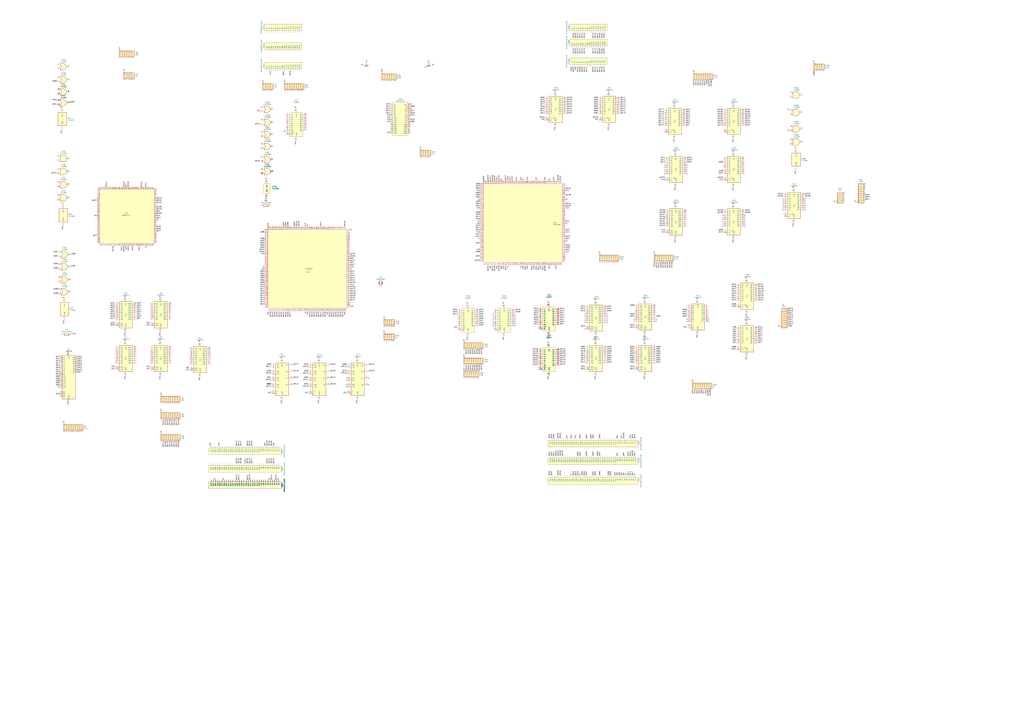
<source format=kicad_sch>
(kicad_sch (version 20230121) (generator eeschema)
  (paper "A0")
  (lib_symbols
    (symbol "74xx:74LS00" (pin_names (offset 1.016))
      (property "Reference" "U" (at 0 1.27 0))
      (property "Value" "74LS00" (at 0 -1.27 0))
      (symbol "74LS00_1_1"
        (pin input line (at -7.62 2.54 0) (length 3.81) (name "~") (number "1"))
        (pin input line (at -7.62 -2.54 0) (length 3.81) (name "~") (number "2"))
        (pin output inverted (at 7.62 0 180) (length 3.81) (name "~") (number "3"))
      )
      (symbol "74LS00_1_2"
        (pin input inverted (at -7.62 2.54 0) (length 4.318) (name "~") (number "1"))
        (pin input inverted (at -7.62 -2.54 0) (length 4.318) (name "~") (number "2"))
        (pin output line (at 7.62 0 180) (length 3.81) (name "~") (number "3"))
      )
      (symbol "74LS00_2_1"
        (pin input line (at -7.62 2.54 0) (length 3.81) (name "~") (number "4"))
        (pin input line (at -7.62 -2.54 0) (length 3.81) (name "~") (number "5"))
        (pin output inverted (at 7.62 0 180) (length 3.81) (name "~") (number "6"))
      )
      (symbol "74LS00_2_2"
        (pin input inverted (at -7.62 2.54 0) (length 4.318) (name "~") (number "4"))
        (pin input inverted (at -7.62 -2.54 0) (length 4.318) (name "~") (number "5"))
        (pin output line (at 7.62 0 180) (length 3.81) (name "~") (number "6"))
      )
      (symbol "74LS00_3_1"
        (pin input line (at -7.62 -2.54 0) (length 3.81) (name "~") (number "10"))
        (pin output inverted (at 7.62 0 180) (length 3.81) (name "~") (number "8"))
        (pin input line (at -7.62 2.54 0) (length 3.81) (name "~") (number "9"))
      )
      (symbol "74LS00_3_2"
        (pin input inverted (at -7.62 -2.54 0) (length 4.318) (name "~") (number "10"))
        (pin output line (at 7.62 0 180) (length 3.81) (name "~") (number "8"))
        (pin input inverted (at -7.62 2.54 0) (length 4.318) (name "~") (number "9"))
      )
      (symbol "74LS00_4_1"
        (pin output inverted (at 7.62 0 180) (length 3.81) (name "~") (number "11"))
        (pin input line (at -7.62 2.54 0) (length 3.81) (name "~") (number "12"))
        (pin input line (at -7.62 -2.54 0) (length 3.81) (name "~") (number "13"))
      )
      (symbol "74LS00_4_2"
        (pin output line (at 7.62 0 180) (length 3.81) (name "~") (number "11"))
        (pin input inverted (at -7.62 2.54 0) (length 4.318) (name "~") (number "12"))
        (pin input inverted (at -7.62 -2.54 0) (length 4.318) (name "~") (number "13"))
      )
      (symbol "74LS00_5_0"
        (pin power_in line (at 0 12.7 270) (length 5.08) (name "VCC") (number "14"))
        (pin power_in line (at 0 -12.7 90) (length 5.08) (name "GND") (number "7"))
      )
    )
    (symbol "74xx:74LS02" (pin_names (offset 1.016))
      (property "Reference" "U" (at 0 1.27 0))
      (property "Value" "74LS02" (at 0 -1.27 0))
      (symbol "74LS02_1_1"
        (pin output inverted (at 7.62 0 180) (length 3.81) (name "~") (number "1"))
        (pin input line (at -7.62 2.54 0) (length 4.318) (name "~") (number "2"))
        (pin input line (at -7.62 -2.54 0) (length 4.318) (name "~") (number "3"))
      )
      (symbol "74LS02_1_2"
        (pin output line (at 7.62 0 180) (length 3.81) (name "~") (number "1"))
        (pin input inverted (at -7.62 2.54 0) (length 3.81) (name "~") (number "2"))
        (pin input inverted (at -7.62 -2.54 0) (length 3.81) (name "~") (number "3"))
      )
      (symbol "74LS02_2_1"
        (pin output inverted (at 7.62 0 180) (length 3.81) (name "~") (number "4"))
        (pin input line (at -7.62 2.54 0) (length 4.318) (name "~") (number "5"))
        (pin input line (at -7.62 -2.54 0) (length 4.318) (name "~") (number "6"))
      )
      (symbol "74LS02_2_2"
        (pin output line (at 7.62 0 180) (length 3.81) (name "~") (number "4"))
        (pin input inverted (at -7.62 2.54 0) (length 3.81) (name "~") (number "5"))
        (pin input inverted (at -7.62 -2.54 0) (length 3.81) (name "~") (number "6"))
      )
      (symbol "74LS02_3_1"
        (pin output inverted (at 7.62 0 180) (length 3.81) (name "~") (number "10"))
        (pin input line (at -7.62 2.54 0) (length 4.318) (name "~") (number "8"))
        (pin input line (at -7.62 -2.54 0) (length 4.318) (name "~") (number "9"))
      )
      (symbol "74LS02_3_2"
        (pin output line (at 7.62 0 180) (length 3.81) (name "~") (number "10"))
        (pin input inverted (at -7.62 2.54 0) (length 3.81) (name "~") (number "8"))
        (pin input inverted (at -7.62 -2.54 0) (length 3.81) (name "~") (number "9"))
      )
      (symbol "74LS02_4_1"
        (pin input line (at -7.62 2.54 0) (length 4.318) (name "~") (number "11"))
        (pin input line (at -7.62 -2.54 0) (length 4.318) (name "~") (number "12"))
        (pin output inverted (at 7.62 0 180) (length 3.81) (name "~") (number "13"))
      )
      (symbol "74LS02_4_2"
        (pin input inverted (at -7.62 2.54 0) (length 3.81) (name "~") (number "11"))
        (pin input inverted (at -7.62 -2.54 0) (length 3.81) (name "~") (number "12"))
        (pin output line (at 7.62 0 180) (length 3.81) (name "~") (number "13"))
      )
      (symbol "74LS02_5_0"
        (pin power_in line (at 0 12.7 270) (length 5.08) (name "VCC") (number "14"))
        (pin power_in line (at 0 -12.7 90) (length 5.08) (name "GND") (number "7"))
      )
    )
    (symbol "74xx:74LS09" (pin_names (offset 1.016))
      (property "Reference" "U" (at 0 1.27 0))
      (property "Value" "74LS09" (at 0 -1.27 0))
      (symbol "74LS09_1_1"
        (pin input line (at -7.62 2.54 0) (length 3.81) (name "~") (number "1"))
        (pin input line (at -7.62 -2.54 0) (length 3.81) (name "~") (number "2"))
        (pin open_collector line (at 7.62 0 180) (length 3.81) (name "~") (number "3"))
      )
      (symbol "74LS09_1_2"
        (pin input inverted (at -7.62 2.54 0) (length 4.318) (name "~") (number "1"))
        (pin input inverted (at -7.62 -2.54 0) (length 4.318) (name "~") (number "2"))
        (pin output inverted (at 7.62 0 180) (length 3.81) (name "~") (number "3"))
      )
      (symbol "74LS09_2_1"
        (pin input line (at -7.62 2.54 0) (length 3.81) (name "~") (number "4"))
        (pin input line (at -7.62 -2.54 0) (length 3.81) (name "~") (number "5"))
        (pin open_collector line (at 7.62 0 180) (length 3.81) (name "~") (number "6"))
      )
      (symbol "74LS09_2_2"
        (pin input inverted (at -7.62 2.54 0) (length 4.318) (name "~") (number "4"))
        (pin input inverted (at -7.62 -2.54 0) (length 4.318) (name "~") (number "5"))
        (pin output inverted (at 7.62 0 180) (length 3.81) (name "~") (number "6"))
      )
      (symbol "74LS09_3_1"
        (pin input line (at -7.62 -2.54 0) (length 3.81) (name "~") (number "10"))
        (pin open_collector line (at 7.62 0 180) (length 3.81) (name "~") (number "8"))
        (pin input line (at -7.62 2.54 0) (length 3.81) (name "~") (number "9"))
      )
      (symbol "74LS09_3_2"
        (pin input inverted (at -7.62 -2.54 0) (length 4.318) (name "~") (number "10"))
        (pin output inverted (at 7.62 0 180) (length 3.81) (name "~") (number "8"))
        (pin input inverted (at -7.62 2.54 0) (length 4.318) (name "~") (number "9"))
      )
      (symbol "74LS09_4_1"
        (pin open_collector line (at 7.62 0 180) (length 3.81) (name "~") (number "11"))
        (pin input line (at -7.62 2.54 0) (length 3.81) (name "~") (number "12"))
        (pin input line (at -7.62 -2.54 0) (length 3.81) (name "~") (number "13"))
      )
      (symbol "74LS09_4_2"
        (pin output inverted (at 7.62 0 180) (length 3.81) (name "~") (number "11"))
        (pin input inverted (at -7.62 2.54 0) (length 4.318) (name "~") (number "12"))
        (pin input inverted (at -7.62 -2.54 0) (length 4.318) (name "~") (number "13"))
      )
      (symbol "74LS09_5_0"
        (pin power_in line (at 0 12.7 270) (length 5.08) (name "VCC") (number "14"))
        (pin power_in line (at 0 -12.7 90) (length 5.08) (name "GND") (number "7"))
      )
    )
    (symbol "74xx:74LS157" (pin_names (offset 1.016))
      (property "Reference" "U" (at -7.62 19.05 0))
      (property "Value" "74LS157" (at -7.62 -21.59 0))
      (symbol "74LS157_1_0"
        (pin input line (at -12.7 -15.24 0) (length 5.08) (name "S") (number "1"))
        (pin input line (at -12.7 -2.54 0) (length 5.08) (name "I1c") (number "10"))
        (pin input line (at -12.7 0 0) (length 5.08) (name "I0c") (number "11"))
        (pin output line (at 12.7 -7.62 180) (length 5.08) (name "Zd") (number "12"))
        (pin input line (at -12.7 -10.16 0) (length 5.08) (name "I1d") (number "13"))
        (pin input line (at -12.7 -7.62 0) (length 5.08) (name "I0d") (number "14"))
        (pin input inverted (at -12.7 -17.78 0) (length 5.08) (name "E") (number "15"))
        (pin power_in line (at 0 22.86 270) (length 5.08) (name "VCC") (number "16"))
        (pin input line (at -12.7 15.24 0) (length 5.08) (name "I0a") (number "2"))
        (pin input line (at -12.7 12.7 0) (length 5.08) (name "I1a") (number "3"))
        (pin output line (at 12.7 15.24 180) (length 5.08) (name "Za") (number "4"))
        (pin input line (at -12.7 7.62 0) (length 5.08) (name "I0b") (number "5"))
        (pin input line (at -12.7 5.08 0) (length 5.08) (name "I1b") (number "6"))
        (pin output line (at 12.7 7.62 180) (length 5.08) (name "Zb") (number "7"))
        (pin power_in line (at 0 -25.4 90) (length 5.08) (name "GND") (number "8"))
        (pin output line (at 12.7 0 180) (length 5.08) (name "Zc") (number "9"))
      )
    )
    (symbol "74xx:74LS244" (pin_names (offset 1.016))
      (property "Reference" "U" (at -7.62 16.51 0))
      (property "Value" "74LS244" (at -7.62 -16.51 0))
      (symbol "74LS244_1_0"
        (pin input inverted (at -12.7 -10.16 0) (length 5.08) (name "OEa") (number "1"))
        (pin power_in line (at 0 -20.32 90) (length 5.08) (name "GND") (number "10"))
        (pin input line (at -12.7 2.54 0) (length 5.08) (name "I0b") (number "11"))
        (pin tri_state line (at 12.7 5.08 180) (length 5.08) (name "O3a") (number "12"))
        (pin input line (at -12.7 0 0) (length 5.08) (name "I1b") (number "13"))
        (pin tri_state line (at 12.7 7.62 180) (length 5.08) (name "O2a") (number "14"))
        (pin input line (at -12.7 -2.54 0) (length 5.08) (name "I2b") (number "15"))
        (pin tri_state line (at 12.7 10.16 180) (length 5.08) (name "O1a") (number "16"))
        (pin input line (at -12.7 -5.08 0) (length 5.08) (name "I3b") (number "17"))
        (pin tri_state line (at 12.7 12.7 180) (length 5.08) (name "O0a") (number "18"))
        (pin input inverted (at -12.7 -12.7 0) (length 5.08) (name "OEb") (number "19"))
        (pin input line (at -12.7 12.7 0) (length 5.08) (name "I0a") (number "2"))
        (pin power_in line (at 0 20.32 270) (length 5.08) (name "VCC") (number "20"))
        (pin tri_state line (at 12.7 -5.08 180) (length 5.08) (name "O3b") (number "3"))
        (pin input line (at -12.7 10.16 0) (length 5.08) (name "I1a") (number "4"))
        (pin tri_state line (at 12.7 -2.54 180) (length 5.08) (name "O2b") (number "5"))
        (pin input line (at -12.7 7.62 0) (length 5.08) (name "I2a") (number "6"))
        (pin tri_state line (at 12.7 0 180) (length 5.08) (name "O1b") (number "7"))
        (pin input line (at -12.7 5.08 0) (length 5.08) (name "I3a") (number "8"))
        (pin tri_state line (at 12.7 2.54 180) (length 5.08) (name "O0b") (number "9"))
      )
    )
    (symbol "74xx:74LS245" (pin_names (offset 1.016))
      (property "Reference" "U" (at -7.62 16.51 0))
      (property "Value" "74LS245" (at -7.62 -16.51 0))
      (symbol "74LS245_1_0"
        (pin input line (at -12.7 -10.16 0) (length 5.08) (name "A->B") (number "1"))
        (pin power_in line (at 0 -20.32 90) (length 5.08) (name "GND") (number "10"))
        (pin tri_state line (at 12.7 -5.08 180) (length 5.08) (name "B7") (number "11"))
        (pin tri_state line (at 12.7 -2.54 180) (length 5.08) (name "B6") (number "12"))
        (pin tri_state line (at 12.7 0 180) (length 5.08) (name "B5") (number "13"))
        (pin tri_state line (at 12.7 2.54 180) (length 5.08) (name "B4") (number "14"))
        (pin tri_state line (at 12.7 5.08 180) (length 5.08) (name "B3") (number "15"))
        (pin tri_state line (at 12.7 7.62 180) (length 5.08) (name "B2") (number "16"))
        (pin tri_state line (at 12.7 10.16 180) (length 5.08) (name "B1") (number "17"))
        (pin tri_state line (at 12.7 12.7 180) (length 5.08) (name "B0") (number "18"))
        (pin input inverted (at -12.7 -12.7 0) (length 5.08) (name "CE") (number "19"))
        (pin tri_state line (at -12.7 12.7 0) (length 5.08) (name "A0") (number "2"))
        (pin power_in line (at 0 20.32 270) (length 5.08) (name "VCC") (number "20"))
        (pin tri_state line (at -12.7 10.16 0) (length 5.08) (name "A1") (number "3"))
        (pin tri_state line (at -12.7 7.62 0) (length 5.08) (name "A2") (number "4"))
        (pin tri_state line (at -12.7 5.08 0) (length 5.08) (name "A3") (number "5"))
        (pin tri_state line (at -12.7 2.54 0) (length 5.08) (name "A4") (number "6"))
        (pin tri_state line (at -12.7 0 0) (length 5.08) (name "A5") (number "7"))
        (pin tri_state line (at -12.7 -2.54 0) (length 5.08) (name "A6") (number "8"))
        (pin tri_state line (at -12.7 -5.08 0) (length 5.08) (name "A7") (number "9"))
      )
    )
    (symbol "74xx:74LS32" (pin_names (offset 1.016))
      (property "Reference" "U" (at 0 1.27 0))
      (property "Value" "74LS32" (at 0 -1.27 0))
      (symbol "74LS32_1_1"
        (pin input line (at -7.62 2.54 0) (length 4.318) (name "~") (number "1"))
        (pin input line (at -7.62 -2.54 0) (length 4.318) (name "~") (number "2"))
        (pin output line (at 7.62 0 180) (length 3.81) (name "~") (number "3"))
      )
      (symbol "74LS32_1_2"
        (pin input inverted (at -7.62 2.54 0) (length 3.81) (name "~") (number "1"))
        (pin input inverted (at -7.62 -2.54 0) (length 3.81) (name "~") (number "2"))
        (pin output inverted (at 7.62 0 180) (length 3.81) (name "~") (number "3"))
      )
      (symbol "74LS32_2_1"
        (pin input line (at -7.62 2.54 0) (length 4.318) (name "~") (number "4"))
        (pin input line (at -7.62 -2.54 0) (length 4.318) (name "~") (number "5"))
        (pin output line (at 7.62 0 180) (length 3.81) (name "~") (number "6"))
      )
      (symbol "74LS32_2_2"
        (pin input inverted (at -7.62 2.54 0) (length 3.81) (name "~") (number "4"))
        (pin input inverted (at -7.62 -2.54 0) (length 3.81) (name "~") (number "5"))
        (pin output inverted (at 7.62 0 180) (length 3.81) (name "~") (number "6"))
      )
      (symbol "74LS32_3_1"
        (pin input line (at -7.62 -2.54 0) (length 4.318) (name "~") (number "10"))
        (pin output line (at 7.62 0 180) (length 3.81) (name "~") (number "8"))
        (pin input line (at -7.62 2.54 0) (length 4.318) (name "~") (number "9"))
      )
      (symbol "74LS32_3_2"
        (pin input inverted (at -7.62 -2.54 0) (length 3.81) (name "~") (number "10"))
        (pin output inverted (at 7.62 0 180) (length 3.81) (name "~") (number "8"))
        (pin input inverted (at -7.62 2.54 0) (length 3.81) (name "~") (number "9"))
      )
      (symbol "74LS32_4_1"
        (pin output line (at 7.62 0 180) (length 3.81) (name "~") (number "11"))
        (pin input line (at -7.62 2.54 0) (length 4.318) (name "~") (number "12"))
        (pin input line (at -7.62 -2.54 0) (length 4.318) (name "~") (number "13"))
      )
      (symbol "74LS32_4_2"
        (pin output inverted (at 7.62 0 180) (length 3.81) (name "~") (number "11"))
        (pin input inverted (at -7.62 2.54 0) (length 3.81) (name "~") (number "12"))
        (pin input inverted (at -7.62 -2.54 0) (length 3.81) (name "~") (number "13"))
      )
      (symbol "74LS32_5_0"
        (pin power_in line (at 0 12.7 270) (length 5.08) (name "VCC") (number "14"))
        (pin power_in line (at 0 -12.7 90) (length 5.08) (name "GND") (number "7"))
      )
    )
    (symbol "74xx:74LS373"
      (property "Reference" "U" (at -7.62 16.51 0))
      (property "Value" "74LS373" (at -7.62 -16.51 0))
      (symbol "74LS373_1_0"
        (pin input inverted (at -12.7 -12.7 0) (length 5.08) (name "OE") (number "1"))
        (pin power_in line (at 0 -20.32 90) (length 5.08) (name "GND") (number "10"))
        (pin input line (at -12.7 -10.16 0) (length 5.08) (name "LE") (number "11"))
        (pin tri_state line (at 12.7 2.54 180) (length 5.08) (name "O4") (number "12"))
        (pin input line (at -12.7 2.54 0) (length 5.08) (name "D4") (number "13"))
        (pin input line (at -12.7 0 0) (length 5.08) (name "D5") (number "14"))
        (pin tri_state line (at 12.7 0 180) (length 5.08) (name "O5") (number "15"))
        (pin tri_state line (at 12.7 -2.54 180) (length 5.08) (name "O6") (number "16"))
        (pin input line (at -12.7 -2.54 0) (length 5.08) (name "D6") (number "17"))
        (pin input line (at -12.7 -5.08 0) (length 5.08) (name "D7") (number "18"))
        (pin tri_state line (at 12.7 -5.08 180) (length 5.08) (name "O7") (number "19"))
        (pin tri_state line (at 12.7 12.7 180) (length 5.08) (name "O0") (number "2"))
        (pin power_in line (at 0 20.32 270) (length 5.08) (name "VCC") (number "20"))
        (pin input line (at -12.7 12.7 0) (length 5.08) (name "D0") (number "3"))
        (pin input line (at -12.7 10.16 0) (length 5.08) (name "D1") (number "4"))
        (pin tri_state line (at 12.7 10.16 180) (length 5.08) (name "O1") (number "5"))
        (pin tri_state line (at 12.7 7.62 180) (length 5.08) (name "O2") (number "6"))
        (pin input line (at -12.7 7.62 0) (length 5.08) (name "D2") (number "7"))
        (pin input line (at -12.7 5.08 0) (length 5.08) (name "D3") (number "8"))
        (pin tri_state line (at 12.7 5.08 180) (length 5.08) (name "O3") (number "9"))
      )
    )
    (symbol "Connector_Generic:Conn_02x01" (pin_names (offset 1.016) hide)
      (property "Reference" "J" (at 1.27 2.54 0))
      (property "Value" "Conn_02x01" (at 1.27 -2.54 0))
      (symbol "Conn_02x01_1_1"
        (pin passive line (at -5.08 0 0) (length 3.81) (name "Pin_1") (number "1"))
        (pin passive line (at 7.62 0 180) (length 3.81) (name "Pin_2") (number "2"))
      )
    )
    (symbol "Device:Crystal" (pin_numbers hide) (pin_names (offset 1.016) hide)
      (property "Reference" "Y" (at 0 3.81 0))
      (property "Value" "Crystal" (at 0 -3.81 0))
      (symbol "Crystal_1_1"
        (pin passive line (at -3.81 0 0) (length 1.27) (name "1") (number "1"))
        (pin passive line (at 3.81 0 180) (length 1.27) (name "2") (number "2"))
      )
    )
    (symbol "Device:D" (pin_numbers hide) (pin_names (offset 1.016) hide)
      (property "Reference" "D" (at 0 2.54 0))
      (property "Value" "D" (at 0 -2.54 0))
      (symbol "D_1_1"
        (pin passive line (at -3.81 0 0) (length 2.54) (name "K") (number "1"))
        (pin passive line (at 3.81 0 180) (length 2.54) (name "A") (number "2"))
      )
    )
    (symbol "Device:LED" (pin_numbers hide) (pin_names (offset 1.016) hide)
      (property "Reference" "D" (at 0 2.54 0))
      (property "Value" "LED" (at 0 -2.54 0))
      (symbol "LED_1_1"
        (pin passive line (at -3.81 0 0) (length 2.54) (name "K") (number "1"))
        (pin passive line (at 3.81 0 180) (length 2.54) (name "A") (number "2"))
      )
    )
    (symbol "Device:R_Network05_US" (pin_names (offset 0) hide)
      (property "Reference" "RN" (at -7.62 0 90))
      (property "Value" "R_Network05_US" (at 7.62 0 90))
      (symbol "R_Network05_US_1_1"
        (pin passive line (at -5.08 5.08 270) (length 2.54) (name "common") (number "1"))
        (pin passive line (at -5.08 -5.08 90) (length 1.27) (name "R1") (number "2"))
        (pin passive line (at -2.54 -5.08 90) (length 1.27) (name "R2") (number "3"))
        (pin passive line (at 0 -5.08 90) (length 1.27) (name "R3") (number "4"))
        (pin passive line (at 2.54 -5.08 90) (length 1.27) (name "R4") (number "5"))
        (pin passive line (at 5.08 -5.08 90) (length 1.27) (name "R5") (number "6"))
      )
    )
    (symbol "Device:R_Network07_US" (pin_names (offset 0) hide)
      (property "Reference" "RN" (at -10.16 0 90))
      (property "Value" "R_Network07_US" (at 10.16 0 90))
      (symbol "R_Network07_US_1_1"
        (pin passive line (at -7.62 5.08 270) (length 2.54) (name "common") (number "1"))
        (pin passive line (at -7.62 -5.08 90) (length 1.27) (name "R1") (number "2"))
        (pin passive line (at -5.08 -5.08 90) (length 1.27) (name "R2") (number "3"))
        (pin passive line (at -2.54 -5.08 90) (length 1.27) (name "R3") (number "4"))
        (pin passive line (at 0 -5.08 90) (length 1.27) (name "R4") (number "5"))
        (pin passive line (at 2.54 -5.08 90) (length 1.27) (name "R5") (number "6"))
        (pin passive line (at 5.08 -5.08 90) (length 1.27) (name "R6") (number "7"))
        (pin passive line (at 7.62 -5.08 90) (length 1.27) (name "R7") (number "8"))
      )
    )
    (symbol "Device:R_Network09_US" (pin_names (offset 0) hide)
      (property "Reference" "RN" (at -12.7 0 90))
      (property "Value" "R_Network09_US" (at 12.7 0 90))
      (symbol "R_Network09_US_1_1"
        (pin passive line (at -10.16 5.08 270) (length 2.54) (name "common") (number "1"))
        (pin passive line (at 10.16 -5.08 90) (length 1.27) (name "R9") (number "10"))
        (pin passive line (at -10.16 -5.08 90) (length 1.27) (name "R1") (number "2"))
        (pin passive line (at -7.62 -5.08 90) (length 1.27) (name "R2") (number "3"))
        (pin passive line (at -5.08 -5.08 90) (length 1.27) (name "R3") (number "4"))
        (pin passive line (at -2.54 -5.08 90) (length 1.27) (name "R4") (number "5"))
        (pin passive line (at 0 -5.08 90) (length 1.27) (name "R5") (number "6"))
        (pin passive line (at 2.54 -5.08 90) (length 1.27) (name "R6") (number "7"))
        (pin passive line (at 5.08 -5.08 90) (length 1.27) (name "R7") (number "8"))
        (pin passive line (at 7.62 -5.08 90) (length 1.27) (name "R8") (number "9"))
      )
    )
    (symbol "IBM_3174:25F8945" (pin_names (offset 1.016))
      (property "Reference" "U" (at 7.366 0 0))
      (property "Value" "25F8945" (at 7.62 2.54 0))
      (symbol "25F8945_1_1"
        (pin unspecified line (at -36.83 -49.53 90) (length 3.81) (name "~") (number "1"))
        (pin unspecified line (at -13.97 -49.53 90) (length 3.81) (name "~") (number "10"))
        (pin unspecified line (at -16.51 49.53 270) (length 3.81) (name "~") (number "100"))
        (pin unspecified line (at -19.05 49.53 270) (length 3.81) (name "~") (number "101"))
        (pin unspecified line (at -21.59 49.53 270) (length 3.81) (name "~") (number "102"))
        (pin unspecified line (at -24.13 49.53 270) (length 3.81) (name "~") (number "103"))
        (pin unspecified line (at -26.67 49.53 270) (length 3.81) (name "~") (number "104"))
        (pin unspecified line (at -29.21 49.53 270) (length 3.81) (name "~") (number "105"))
        (pin unspecified line (at -31.75 49.53 270) (length 3.81) (name "~") (number "106"))
        (pin unspecified line (at -34.29 49.53 270) (length 3.81) (name "~") (number "107"))
        (pin unspecified line (at -36.83 49.53 270) (length 3.81) (name "~") (number "108"))
        (pin unspecified line (at -41.91 44.45 0) (length 3.81) (name "~") (number "109"))
        (pin unspecified line (at -11.43 -49.53 90) (length 3.81) (name "~") (number "11"))
        (pin unspecified line (at -41.91 41.91 0) (length 3.81) (name "~") (number "110"))
        (pin unspecified line (at -41.91 39.37 0) (length 3.81) (name "~") (number "111"))
        (pin unspecified line (at -41.91 36.83 0) (length 3.81) (name "~") (number "112"))
        (pin unspecified line (at -41.91 34.29 0) (length 3.81) (name "~") (number "113"))
        (pin unspecified line (at -41.91 31.75 0) (length 3.81) (name "~") (number "114"))
        (pin unspecified line (at -41.91 29.21 0) (length 3.81) (name "~") (number "115"))
        (pin unspecified line (at -41.91 26.67 0) (length 3.81) (name "~") (number "116"))
        (pin unspecified line (at -41.91 24.13 0) (length 3.81) (name "~") (number "117"))
        (pin unspecified line (at -41.91 21.59 0) (length 3.81) (name "~") (number "118"))
        (pin unspecified line (at -41.91 19.05 0) (length 3.81) (name "~") (number "119"))
        (pin unspecified line (at -8.89 -49.53 90) (length 3.81) (name "~") (number "12"))
        (pin unspecified line (at -41.91 16.51 0) (length 3.81) (name "~") (number "120"))
        (pin unspecified line (at -41.91 13.97 0) (length 3.81) (name "~") (number "121"))
        (pin unspecified line (at -41.91 11.43 0) (length 3.81) (name "~") (number "122"))
        (pin unspecified line (at -41.91 8.89 0) (length 3.81) (name "~") (number "123"))
        (pin unspecified line (at -41.91 6.35 0) (length 3.81) (name "~") (number "124"))
        (pin unspecified line (at -41.91 3.81 0) (length 3.81) (name "~") (number "125"))
        (pin unspecified line (at -41.91 1.27 0) (length 3.81) (name "~") (number "126"))
        (pin unspecified line (at -41.91 -1.27 0) (length 3.81) (name "~") (number "127"))
        (pin unspecified line (at -41.91 -3.81 0) (length 3.81) (name "~") (number "128"))
        (pin unspecified line (at -41.91 -6.35 0) (length 3.81) (name "~") (number "129"))
        (pin unspecified line (at -6.35 -49.53 90) (length 3.81) (name "~") (number "13"))
        (pin unspecified line (at -41.91 -8.89 0) (length 3.81) (name "~") (number "130"))
        (pin unspecified line (at -41.91 -11.43 0) (length 3.81) (name "~") (number "131"))
        (pin unspecified line (at -41.91 -13.97 0) (length 3.81) (name "~") (number "132"))
        (pin unspecified line (at -41.91 -16.51 0) (length 3.81) (name "~") (number "133"))
        (pin unspecified line (at -41.91 -19.05 0) (length 3.81) (name "~") (number "134"))
        (pin unspecified line (at -41.91 -21.59 0) (length 3.81) (name "~") (number "135"))
        (pin unspecified line (at -41.91 -24.13 0) (length 3.81) (name "~") (number "136"))
        (pin unspecified line (at -41.91 -26.67 0) (length 3.81) (name "~") (number "137"))
        (pin unspecified line (at -41.91 -29.21 0) (length 3.81) (name "~") (number "138"))
        (pin unspecified line (at -41.91 -31.75 0) (length 3.81) (name "~") (number "139"))
        (pin unspecified line (at -3.81 -49.53 90) (length 3.81) (name "~") (number "14"))
        (pin unspecified line (at -41.91 -34.29 0) (length 3.81) (name "~") (number "140"))
        (pin unspecified line (at -41.91 -36.83 0) (length 3.81) (name "~") (number "141"))
        (pin unspecified line (at -41.91 -39.37 0) (length 3.81) (name "~") (number "142"))
        (pin unspecified line (at -41.91 -41.91 0) (length 3.81) (name "~") (number "143"))
        (pin unspecified line (at -41.91 -44.45 0) (length 3.81) (name "~") (number "144"))
        (pin unspecified line (at -1.27 -49.53 90) (length 3.81) (name "~") (number "15"))
        (pin unspecified line (at 1.27 -49.53 90) (length 3.81) (name "~") (number "16"))
        (pin unspecified line (at 3.81 -49.53 90) (length 3.81) (name "~") (number "17"))
        (pin unspecified line (at 6.35 -49.53 90) (length 3.81) (name "~") (number "18"))
        (pin unspecified line (at 8.89 -49.53 90) (length 3.81) (name "~") (number "19"))
        (pin unspecified line (at -34.29 -49.53 90) (length 3.81) (name "~") (number "2"))
        (pin unspecified line (at 11.43 -49.53 90) (length 3.81) (name "~") (number "20"))
        (pin unspecified line (at 13.97 -49.53 90) (length 3.81) (name "~") (number "21"))
        (pin unspecified line (at 16.51 -49.53 90) (length 3.81) (name "~") (number "22"))
        (pin unspecified line (at 19.05 -49.53 90) (length 3.81) (name "~") (number "23"))
        (pin unspecified line (at 21.59 -49.53 90) (length 3.81) (name "~") (number "24"))
        (pin unspecified line (at 24.13 -49.53 90) (length 3.81) (name "~") (number "25"))
        (pin unspecified line (at 26.67 -49.53 90) (length 3.81) (name "~") (number "26"))
        (pin unspecified line (at 29.21 -49.53 90) (length 3.81) (name "~") (number "27"))
        (pin unspecified line (at 31.75 -49.53 90) (length 3.81) (name "~") (number "28"))
        (pin unspecified line (at 34.29 -49.53 90) (length 3.81) (name "~") (number "29"))
        (pin unspecified line (at -31.75 -49.53 90) (length 3.81) (name "~") (number "3"))
        (pin unspecified line (at 36.83 -49.53 90) (length 3.81) (name "~") (number "30"))
        (pin unspecified line (at 39.37 -49.53 90) (length 3.81) (name "~") (number "31"))
        (pin unspecified line (at 41.91 -49.53 90) (length 3.81) (name "~") (number "32"))
        (pin unspecified line (at 44.45 -49.53 90) (length 3.81) (name "~") (number "33"))
        (pin unspecified line (at 46.99 -49.53 90) (length 3.81) (name "~") (number "34"))
        (pin unspecified line (at 49.53 -49.53 90) (length 3.81) (name "~") (number "35"))
        (pin unspecified line (at 52.07 -49.53 90) (length 3.81) (name "~") (number "36"))
        (pin unspecified line (at 57.15 -44.45 180) (length 3.81) (name "~") (number "37"))
        (pin unspecified line (at 57.15 -41.91 180) (length 3.81) (name "~") (number "38"))
        (pin unspecified line (at 57.15 -39.37 180) (length 3.81) (name "~") (number "39"))
        (pin unspecified line (at -29.21 -49.53 90) (length 3.81) (name "~") (number "4"))
        (pin unspecified line (at 57.15 -36.83 180) (length 3.81) (name "~") (number "40"))
        (pin unspecified line (at 57.15 -34.29 180) (length 3.81) (name "~") (number "41"))
        (pin unspecified line (at 57.15 -31.75 180) (length 3.81) (name "~") (number "42"))
        (pin unspecified line (at 57.15 -29.21 180) (length 3.81) (name "~") (number "43"))
        (pin unspecified line (at 57.15 -26.67 180) (length 3.81) (name "~") (number "44"))
        (pin unspecified line (at 57.15 -24.13 180) (length 3.81) (name "~") (number "45"))
        (pin unspecified line (at 57.15 -21.59 180) (length 3.81) (name "~") (number "46"))
        (pin unspecified line (at 57.15 -19.05 180) (length 3.81) (name "~") (number "47"))
        (pin unspecified line (at 57.15 -16.51 180) (length 3.81) (name "~") (number "48"))
        (pin unspecified line (at 57.15 -13.97 180) (length 3.81) (name "~") (number "49"))
        (pin unspecified line (at -26.67 -49.53 90) (length 3.81) (name "~") (number "5"))
        (pin unspecified line (at 57.15 -11.43 180) (length 3.81) (name "~") (number "50"))
        (pin unspecified line (at 57.15 -8.89 180) (length 3.81) (name "~") (number "51"))
        (pin unspecified line (at 57.15 -6.35 180) (length 3.81) (name "~") (number "52"))
        (pin unspecified line (at 57.15 -3.81 180) (length 3.81) (name "~") (number "53"))
        (pin unspecified line (at 57.15 -1.27 180) (length 3.81) (name "~") (number "54"))
        (pin unspecified line (at 57.15 1.27 180) (length 3.81) (name "~") (number "55"))
        (pin unspecified line (at 57.15 3.81 180) (length 3.81) (name "~") (number "56"))
        (pin unspecified line (at 57.15 6.35 180) (length 3.81) (name "~") (number "57"))
        (pin unspecified line (at 57.15 8.89 180) (length 3.81) (name "~") (number "58"))
        (pin unspecified line (at 57.15 11.43 180) (length 3.81) (name "~") (number "59"))
        (pin unspecified line (at -24.13 -49.53 90) (length 3.81) (name "~") (number "6"))
        (pin unspecified line (at 57.15 13.97 180) (length 3.81) (name "~") (number "60"))
        (pin unspecified line (at 57.15 16.51 180) (length 3.81) (name "~") (number "61"))
        (pin unspecified line (at 57.15 19.05 180) (length 3.81) (name "~") (number "62"))
        (pin unspecified line (at 57.15 21.59 180) (length 3.81) (name "~") (number "63"))
        (pin unspecified line (at 57.15 24.13 180) (length 3.81) (name "~") (number "64"))
        (pin unspecified line (at 57.15 26.67 180) (length 3.81) (name "~") (number "65"))
        (pin unspecified line (at 57.15 29.21 180) (length 3.81) (name "~") (number "66"))
        (pin unspecified line (at 57.15 31.75 180) (length 3.81) (name "~") (number "67"))
        (pin unspecified line (at 57.15 34.29 180) (length 3.81) (name "~") (number "68"))
        (pin unspecified line (at 57.15 36.83 180) (length 3.81) (name "~") (number "69"))
        (pin unspecified line (at -21.59 -49.53 90) (length 3.81) (name "~") (number "7"))
        (pin unspecified line (at 57.15 39.37 180) (length 3.81) (name "~") (number "70"))
        (pin unspecified line (at 57.15 41.91 180) (length 3.81) (name "~") (number "71"))
        (pin unspecified line (at 57.15 44.45 180) (length 3.81) (name "~") (number "72"))
        (pin unspecified line (at 52.07 49.53 270) (length 3.81) (name "~") (number "73"))
        (pin unspecified line (at 49.53 49.53 270) (length 3.81) (name "~") (number "74"))
        (pin unspecified line (at 46.99 49.53 270) (length 3.81) (name "~") (number "75"))
        (pin unspecified line (at 44.45 49.53 270) (length 3.81) (name "~") (number "76"))
        (pin unspecified line (at 41.91 49.53 270) (length 3.81) (name "~") (number "77"))
        (pin unspecified line (at 39.37 49.53 270) (length 3.81) (name "~") (number "78"))
        (pin unspecified line (at 36.83 49.53 270) (length 3.81) (name "~") (number "79"))
        (pin unspecified line (at -19.05 -49.53 90) (length 3.81) (name "~") (number "8"))
        (pin unspecified line (at 34.29 49.53 270) (length 3.81) (name "~") (number "80"))
        (pin unspecified line (at 31.75 49.53 270) (length 3.81) (name "~") (number "81"))
        (pin unspecified line (at 29.21 49.53 270) (length 3.81) (name "~") (number "82"))
        (pin unspecified line (at 26.67 49.53 270) (length 3.81) (name "~") (number "83"))
        (pin unspecified line (at 24.13 49.53 270) (length 3.81) (name "~") (number "84"))
        (pin unspecified line (at 21.59 49.53 270) (length 3.81) (name "~") (number "85"))
        (pin unspecified line (at 19.05 49.53 270) (length 3.81) (name "~") (number "86"))
        (pin unspecified line (at 16.51 49.53 270) (length 3.81) (name "~") (number "87"))
        (pin unspecified line (at 13.97 49.53 270) (length 3.81) (name "~") (number "88"))
        (pin unspecified line (at 11.43 49.53 270) (length 3.81) (name "~") (number "89"))
        (pin unspecified line (at -16.51 -49.53 90) (length 3.81) (name "~") (number "9"))
        (pin unspecified line (at 8.89 49.53 270) (length 3.81) (name "~") (number "90"))
        (pin unspecified line (at 6.35 49.53 270) (length 3.81) (name "~") (number "91"))
        (pin unspecified line (at 3.81 49.53 270) (length 3.81) (name "~") (number "92"))
        (pin unspecified line (at 1.27 49.53 270) (length 3.81) (name "~") (number "93"))
        (pin unspecified line (at -1.27 49.53 270) (length 3.81) (name "~") (number "94"))
        (pin unspecified line (at -3.81 49.53 270) (length 3.81) (name "~") (number "95"))
        (pin unspecified line (at -6.35 49.53 270) (length 3.81) (name "~") (number "96"))
        (pin unspecified line (at -8.89 49.53 270) (length 3.81) (name "~") (number "97"))
        (pin unspecified line (at -11.43 49.53 270) (length 3.81) (name "~") (number "98"))
        (pin unspecified line (at -13.97 49.53 270) (length 3.81) (name "~") (number "99"))
      )
    )
    (symbol "IBM_3174:66X2711" (pin_names (offset 1.016))
      (property "Reference" "U" (at -1.27 -44.45 0))
      (property "Value" "66X2711" (at -0.508 -41.402 0))
      (symbol "66X2711_1_1"
        (pin unspecified line (at -30.48 -77.47 90) (length 2.54) (name "~") (number "1"))
        (pin unspecified line (at -7.62 -77.47 90) (length 2.54) (name "~") (number "10"))
        (pin unspecified line (at -34.29 -73.66 0) (length 2.54) (name "~") (number "100"))
        (pin unspecified line (at -5.08 -77.47 90) (length 2.54) (name "~") (number "11"))
        (pin unspecified line (at -2.54 -77.47 90) (length 2.54) (name "~") (number "12"))
        (pin unspecified line (at 0 -77.47 90) (length 2.54) (name "~") (number "13"))
        (pin unspecified line (at 2.54 -77.47 90) (length 2.54) (name "~") (number "14"))
        (pin unspecified line (at 5.08 -77.47 90) (length 2.54) (name "~") (number "15"))
        (pin unspecified line (at 7.62 -77.47 90) (length 2.54) (name "~") (number "16"))
        (pin unspecified line (at 10.16 -77.47 90) (length 2.54) (name "~") (number "17"))
        (pin unspecified line (at 12.7 -77.47 90) (length 2.54) (name "~") (number "18"))
        (pin unspecified line (at 15.24 -77.47 90) (length 2.54) (name "~") (number "19"))
        (pin unspecified line (at -27.94 -77.47 90) (length 2.54) (name "~") (number "2"))
        (pin unspecified line (at 17.78 -77.47 90) (length 2.54) (name "~") (number "20"))
        (pin unspecified line (at 20.32 -77.47 90) (length 2.54) (name "~") (number "21"))
        (pin unspecified line (at 22.86 -77.47 90) (length 2.54) (name "~") (number "22"))
        (pin unspecified line (at 25.4 -77.47 90) (length 2.54) (name "~") (number "23"))
        (pin unspecified line (at 27.94 -77.47 90) (length 2.54) (name "~") (number "24"))
        (pin unspecified line (at 30.48 -77.47 90) (length 2.54) (name "~") (number "25"))
        (pin unspecified line (at 34.29 -73.66 180) (length 2.54) (name "~") (number "26"))
        (pin unspecified line (at 34.29 -71.12 180) (length 2.54) (name "~") (number "27"))
        (pin unspecified line (at 34.29 -68.58 180) (length 2.54) (name "~") (number "28"))
        (pin unspecified line (at 34.29 -66.04 180) (length 2.54) (name "~") (number "29"))
        (pin unspecified line (at -25.4 -77.47 90) (length 2.54) (name "~") (number "3"))
        (pin unspecified line (at 34.29 -63.5 180) (length 2.54) (name "~") (number "30"))
        (pin unspecified line (at 34.29 -60.96 180) (length 2.54) (name "~") (number "31"))
        (pin unspecified line (at 34.29 -58.42 180) (length 2.54) (name "~") (number "32"))
        (pin unspecified line (at 34.29 -55.88 180) (length 2.54) (name "~") (number "33"))
        (pin unspecified line (at 34.29 -53.34 180) (length 2.54) (name "~") (number "34"))
        (pin unspecified line (at 34.29 -50.8 180) (length 2.54) (name "~") (number "35"))
        (pin unspecified line (at 34.29 -48.26 180) (length 2.54) (name "~") (number "36"))
        (pin unspecified line (at 34.29 -45.72 180) (length 2.54) (name "~") (number "37"))
        (pin unspecified line (at 34.29 -43.18 180) (length 2.54) (name "~") (number "38"))
        (pin unspecified line (at 34.29 -40.64 180) (length 2.54) (name "~") (number "39"))
        (pin unspecified line (at -22.86 -77.47 90) (length 2.54) (name "~") (number "4"))
        (pin unspecified line (at 34.29 -38.1 180) (length 2.54) (name "~") (number "40"))
        (pin unspecified line (at 34.29 -35.56 180) (length 2.54) (name "~") (number "41"))
        (pin unspecified line (at 34.29 -33.02 180) (length 2.54) (name "~") (number "42"))
        (pin unspecified line (at 34.29 -30.48 180) (length 2.54) (name "~") (number "43"))
        (pin unspecified line (at 34.29 -27.94 180) (length 2.54) (name "~") (number "44"))
        (pin unspecified line (at 34.29 -25.4 180) (length 2.54) (name "~") (number "45"))
        (pin unspecified line (at 34.29 -22.86 180) (length 2.54) (name "~") (number "46"))
        (pin unspecified line (at 34.29 -20.32 180) (length 2.54) (name "~") (number "47"))
        (pin unspecified line (at 34.29 -17.78 180) (length 2.54) (name "~") (number "48"))
        (pin unspecified line (at 34.29 -15.24 180) (length 2.54) (name "~") (number "49"))
        (pin unspecified line (at -20.32 -77.47 90) (length 2.54) (name "~") (number "5"))
        (pin unspecified line (at 34.29 -12.7 180) (length 2.54) (name "~") (number "50"))
        (pin unspecified line (at 30.48 -8.89 270) (length 2.54) (name "~") (number "51"))
        (pin unspecified line (at 27.94 -8.89 270) (length 2.54) (name "~") (number "52"))
        (pin unspecified line (at 25.4 -8.89 270) (length 2.54) (name "~") (number "53"))
        (pin unspecified line (at 22.86 -8.89 270) (length 2.54) (name "~") (number "54"))
        (pin unspecified line (at 20.32 -8.89 270) (length 2.54) (name "~") (number "55"))
        (pin unspecified line (at 17.78 -8.89 270) (length 2.54) (name "~") (number "56"))
        (pin unspecified line (at 15.24 -8.89 270) (length 2.54) (name "~") (number "57"))
        (pin unspecified line (at 12.7 -8.89 270) (length 2.54) (name "~") (number "58"))
        (pin unspecified line (at 10.16 -8.89 270) (length 2.54) (name "~") (number "59"))
        (pin unspecified line (at -17.78 -77.47 90) (length 2.54) (name "~") (number "6"))
        (pin unspecified line (at 7.62 -8.89 270) (length 2.54) (name "~") (number "60"))
        (pin unspecified line (at 5.08 -8.89 270) (length 2.54) (name "~") (number "61"))
        (pin unspecified line (at 2.54 -8.89 270) (length 2.54) (name "~") (number "62"))
        (pin unspecified line (at 0 -8.89 270) (length 2.54) (name "~") (number "63"))
        (pin unspecified line (at -2.54 -8.89 270) (length 2.54) (name "~") (number "64"))
        (pin unspecified line (at -5.08 -8.89 270) (length 2.54) (name "~") (number "65"))
        (pin unspecified line (at -7.62 -8.89 270) (length 2.54) (name "~") (number "66"))
        (pin unspecified line (at -10.16 -8.89 270) (length 2.54) (name "~") (number "67"))
        (pin unspecified line (at -12.7 -8.89 270) (length 2.54) (name "~") (number "68"))
        (pin unspecified line (at -15.24 -8.89 270) (length 2.54) (name "~") (number "69"))
        (pin unspecified line (at -15.24 -77.47 90) (length 2.54) (name "~") (number "7"))
        (pin unspecified line (at -17.78 -8.89 270) (length 2.54) (name "~") (number "70"))
        (pin unspecified line (at -20.32 -8.89 270) (length 2.54) (name "~") (number "71"))
        (pin unspecified line (at -22.86 -8.89 270) (length 2.54) (name "~") (number "72"))
        (pin unspecified line (at -25.4 -8.89 270) (length 2.54) (name "~") (number "73"))
        (pin unspecified line (at -27.94 -8.89 270) (length 2.54) (name "~") (number "74"))
        (pin unspecified line (at -30.48 -8.89 270) (length 2.54) (name "~") (number "75"))
        (pin unspecified line (at -34.29 -12.7 0) (length 2.54) (name "~") (number "76"))
        (pin unspecified line (at -34.29 -15.24 0) (length 2.54) (name "~") (number "77"))
        (pin unspecified line (at -34.29 -17.78 0) (length 2.54) (name "~") (number "78"))
        (pin unspecified line (at -34.29 -20.32 0) (length 2.54) (name "~") (number "79"))
        (pin unspecified line (at -12.7 -77.47 90) (length 2.54) (name "~") (number "8"))
        (pin unspecified line (at -34.29 -22.86 0) (length 2.54) (name "~") (number "80"))
        (pin unspecified line (at -34.29 -25.4 0) (length 2.54) (name "~") (number "81"))
        (pin unspecified line (at -34.29 -27.94 0) (length 2.54) (name "~") (number "82"))
        (pin unspecified line (at -34.29 -30.48 0) (length 2.54) (name "~") (number "83"))
        (pin unspecified line (at -34.29 -33.02 0) (length 2.54) (name "~") (number "84"))
        (pin unspecified line (at -34.29 -35.56 0) (length 2.54) (name "~") (number "85"))
        (pin unspecified line (at -34.29 -38.1 0) (length 2.54) (name "~") (number "86"))
        (pin unspecified line (at -34.29 -40.64 0) (length 2.54) (name "~") (number "87"))
        (pin unspecified line (at -34.29 -43.18 0) (length 2.54) (name "~") (number "88"))
        (pin unspecified line (at -34.29 -45.72 0) (length 2.54) (name "~") (number "89"))
        (pin unspecified line (at -10.16 -77.47 90) (length 2.54) (name "~") (number "9"))
        (pin unspecified line (at -34.29 -48.26 0) (length 2.54) (name "~") (number "90"))
        (pin unspecified line (at -34.29 -50.8 0) (length 2.54) (name "~") (number "91"))
        (pin unspecified line (at -34.29 -53.34 0) (length 2.54) (name "~") (number "92"))
        (pin unspecified line (at -34.29 -55.88 0) (length 2.54) (name "~") (number "93"))
        (pin unspecified line (at -34.29 -58.42 0) (length 2.54) (name "~") (number "94"))
        (pin unspecified line (at -34.29 -60.96 0) (length 2.54) (name "~") (number "95"))
        (pin unspecified line (at -34.29 -63.5 0) (length 2.54) (name "~") (number "96"))
        (pin unspecified line (at -34.29 -66.04 0) (length 2.54) (name "~") (number "97"))
        (pin unspecified line (at -34.29 -68.58 0) (length 2.54) (name "~") (number "98"))
        (pin unspecified line (at -34.29 -71.12 0) (length 2.54) (name "~") (number "99"))
      )
    )
    (symbol "IBM_3174:73X3718" (pin_names (offset 1.016))
      (property "Reference" "U" (at 7.366 0 0))
      (property "Value" "73X3718" (at 7.62 2.54 0))
      (symbol "73X3718_1_1"
        (pin unspecified line (at -36.83 -49.53 90) (length 3.81) (name "~") (number "1"))
        (pin unspecified line (at -13.97 -49.53 90) (length 3.81) (name "~") (number "10"))
        (pin unspecified line (at -16.51 49.53 270) (length 3.81) (name "~") (number "100"))
        (pin unspecified line (at -19.05 49.53 270) (length 3.81) (name "~") (number "101"))
        (pin unspecified line (at -21.59 49.53 270) (length 3.81) (name "~") (number "102"))
        (pin unspecified line (at -24.13 49.53 270) (length 3.81) (name "~") (number "103"))
        (pin unspecified line (at -26.67 49.53 270) (length 3.81) (name "~") (number "104"))
        (pin unspecified line (at -29.21 49.53 270) (length 3.81) (name "~") (number "105"))
        (pin unspecified line (at -31.75 49.53 270) (length 3.81) (name "~") (number "106"))
        (pin unspecified line (at -34.29 49.53 270) (length 3.81) (name "~") (number "107"))
        (pin unspecified line (at -36.83 49.53 270) (length 3.81) (name "~") (number "108"))
        (pin unspecified line (at -41.91 44.45 0) (length 3.81) (name "~") (number "109"))
        (pin unspecified line (at -11.43 -49.53 90) (length 3.81) (name "~") (number "11"))
        (pin unspecified line (at -41.91 41.91 0) (length 3.81) (name "~") (number "110"))
        (pin unspecified line (at -41.91 39.37 0) (length 3.81) (name "~") (number "111"))
        (pin unspecified line (at -41.91 36.83 0) (length 3.81) (name "~") (number "112"))
        (pin unspecified line (at -41.91 34.29 0) (length 3.81) (name "~") (number "113"))
        (pin unspecified line (at -41.91 31.75 0) (length 3.81) (name "~") (number "114"))
        (pin unspecified line (at -41.91 29.21 0) (length 3.81) (name "~") (number "115"))
        (pin unspecified line (at -41.91 26.67 0) (length 3.81) (name "~") (number "116"))
        (pin unspecified line (at -41.91 24.13 0) (length 3.81) (name "~") (number "117"))
        (pin unspecified line (at -41.91 21.59 0) (length 3.81) (name "~") (number "118"))
        (pin unspecified line (at -41.91 19.05 0) (length 3.81) (name "~") (number "119"))
        (pin unspecified line (at -8.89 -49.53 90) (length 3.81) (name "~") (number "12"))
        (pin unspecified line (at -41.91 16.51 0) (length 3.81) (name "~") (number "120"))
        (pin unspecified line (at -41.91 13.97 0) (length 3.81) (name "~") (number "121"))
        (pin unspecified line (at -41.91 11.43 0) (length 3.81) (name "~") (number "122"))
        (pin unspecified line (at -41.91 8.89 0) (length 3.81) (name "~") (number "123"))
        (pin unspecified line (at -41.91 6.35 0) (length 3.81) (name "~") (number "124"))
        (pin unspecified line (at -41.91 3.81 0) (length 3.81) (name "~") (number "125"))
        (pin unspecified line (at -41.91 1.27 0) (length 3.81) (name "~") (number "126"))
        (pin unspecified line (at -41.91 -1.27 0) (length 3.81) (name "~") (number "127"))
        (pin unspecified line (at -41.91 -3.81 0) (length 3.81) (name "~") (number "128"))
        (pin unspecified line (at -41.91 -6.35 0) (length 3.81) (name "~") (number "129"))
        (pin unspecified line (at -6.35 -49.53 90) (length 3.81) (name "~") (number "13"))
        (pin unspecified line (at -41.91 -8.89 0) (length 3.81) (name "~") (number "130"))
        (pin unspecified line (at -41.91 -11.43 0) (length 3.81) (name "~") (number "131"))
        (pin unspecified line (at -41.91 -13.97 0) (length 3.81) (name "~") (number "132"))
        (pin unspecified line (at -41.91 -16.51 0) (length 3.81) (name "~") (number "133"))
        (pin unspecified line (at -41.91 -19.05 0) (length 3.81) (name "~") (number "134"))
        (pin unspecified line (at -41.91 -21.59 0) (length 3.81) (name "~") (number "135"))
        (pin unspecified line (at -41.91 -24.13 0) (length 3.81) (name "~") (number "136"))
        (pin unspecified line (at -41.91 -26.67 0) (length 3.81) (name "~") (number "137"))
        (pin unspecified line (at -41.91 -29.21 0) (length 3.81) (name "~") (number "138"))
        (pin unspecified line (at -41.91 -31.75 0) (length 3.81) (name "~") (number "139"))
        (pin unspecified line (at -3.81 -49.53 90) (length 3.81) (name "~") (number "14"))
        (pin unspecified line (at -41.91 -34.29 0) (length 3.81) (name "~") (number "140"))
        (pin unspecified line (at -41.91 -36.83 0) (length 3.81) (name "~") (number "141"))
        (pin unspecified line (at -41.91 -39.37 0) (length 3.81) (name "~") (number "142"))
        (pin unspecified line (at -41.91 -41.91 0) (length 3.81) (name "~") (number "143"))
        (pin unspecified line (at -41.91 -44.45 0) (length 3.81) (name "~") (number "144"))
        (pin unspecified line (at -1.27 -49.53 90) (length 3.81) (name "~") (number "15"))
        (pin unspecified line (at 1.27 -49.53 90) (length 3.81) (name "~") (number "16"))
        (pin unspecified line (at 3.81 -49.53 90) (length 3.81) (name "~") (number "17"))
        (pin unspecified line (at 6.35 -49.53 90) (length 3.81) (name "~") (number "18"))
        (pin unspecified line (at 8.89 -49.53 90) (length 3.81) (name "~") (number "19"))
        (pin unspecified line (at -34.29 -49.53 90) (length 3.81) (name "~") (number "2"))
        (pin unspecified line (at 11.43 -49.53 90) (length 3.81) (name "~") (number "20"))
        (pin unspecified line (at 13.97 -49.53 90) (length 3.81) (name "~") (number "21"))
        (pin unspecified line (at 16.51 -49.53 90) (length 3.81) (name "~") (number "22"))
        (pin unspecified line (at 19.05 -49.53 90) (length 3.81) (name "~") (number "23"))
        (pin unspecified line (at 21.59 -49.53 90) (length 3.81) (name "~") (number "24"))
        (pin unspecified line (at 24.13 -49.53 90) (length 3.81) (name "~") (number "25"))
        (pin unspecified line (at 26.67 -49.53 90) (length 3.81) (name "~") (number "26"))
        (pin unspecified line (at 29.21 -49.53 90) (length 3.81) (name "~") (number "27"))
        (pin unspecified line (at 31.75 -49.53 90) (length 3.81) (name "~") (number "28"))
        (pin unspecified line (at 34.29 -49.53 90) (length 3.81) (name "~") (number "29"))
        (pin unspecified line (at -31.75 -49.53 90) (length 3.81) (name "~") (number "3"))
        (pin unspecified line (at 36.83 -49.53 90) (length 3.81) (name "~") (number "30"))
        (pin unspecified line (at 39.37 -49.53 90) (length 3.81) (name "~") (number "31"))
        (pin unspecified line (at 41.91 -49.53 90) (length 3.81) (name "~") (number "32"))
        (pin unspecified line (at 44.45 -49.53 90) (length 3.81) (name "~") (number "33"))
        (pin unspecified line (at 46.99 -49.53 90) (length 3.81) (name "~") (number "34"))
        (pin unspecified line (at 49.53 -49.53 90) (length 3.81) (name "~") (number "35"))
        (pin unspecified line (at 52.07 -49.53 90) (length 3.81) (name "~") (number "36"))
        (pin unspecified line (at 57.15 -44.45 180) (length 3.81) (name "~") (number "37"))
        (pin unspecified line (at 57.15 -41.91 180) (length 3.81) (name "~") (number "38"))
        (pin unspecified line (at 57.15 -39.37 180) (length 3.81) (name "~") (number "39"))
        (pin unspecified line (at -29.21 -49.53 90) (length 3.81) (name "~") (number "4"))
        (pin unspecified line (at 57.15 -36.83 180) (length 3.81) (name "~") (number "40"))
        (pin unspecified line (at 57.15 -34.29 180) (length 3.81) (name "~") (number "41"))
        (pin unspecified line (at 57.15 -31.75 180) (length 3.81) (name "~") (number "42"))
        (pin unspecified line (at 57.15 -29.21 180) (length 3.81) (name "~") (number "43"))
        (pin unspecified line (at 57.15 -26.67 180) (length 3.81) (name "~") (number "44"))
        (pin unspecified line (at 57.15 -24.13 180) (length 3.81) (name "~") (number "45"))
        (pin unspecified line (at 57.15 -21.59 180) (length 3.81) (name "~") (number "46"))
        (pin unspecified line (at 57.15 -19.05 180) (length 3.81) (name "~") (number "47"))
        (pin unspecified line (at 57.15 -16.51 180) (length 3.81) (name "~") (number "48"))
        (pin unspecified line (at 57.15 -13.97 180) (length 3.81) (name "~") (number "49"))
        (pin unspecified line (at -26.67 -49.53 90) (length 3.81) (name "~") (number "5"))
        (pin unspecified line (at 57.15 -11.43 180) (length 3.81) (name "~") (number "50"))
        (pin unspecified line (at 57.15 -8.89 180) (length 3.81) (name "~") (number "51"))
        (pin unspecified line (at 57.15 -6.35 180) (length 3.81) (name "~") (number "52"))
        (pin unspecified line (at 57.15 -3.81 180) (length 3.81) (name "~") (number "53"))
        (pin unspecified line (at 57.15 -1.27 180) (length 3.81) (name "~") (number "54"))
        (pin unspecified line (at 57.15 1.27 180) (length 3.81) (name "~") (number "55"))
        (pin unspecified line (at 57.15 3.81 180) (length 3.81) (name "~") (number "56"))
        (pin unspecified line (at 57.15 6.35 180) (length 3.81) (name "~") (number "57"))
        (pin unspecified line (at 57.15 8.89 180) (length 3.81) (name "~") (number "58"))
        (pin unspecified line (at 57.15 11.43 180) (length 3.81) (name "~") (number "59"))
        (pin unspecified line (at -24.13 -49.53 90) (length 3.81) (name "~") (number "6"))
        (pin unspecified line (at 57.15 13.97 180) (length 3.81) (name "~") (number "60"))
        (pin unspecified line (at 57.15 16.51 180) (length 3.81) (name "~") (number "61"))
        (pin unspecified line (at 57.15 19.05 180) (length 3.81) (name "~") (number "62"))
        (pin unspecified line (at 57.15 21.59 180) (length 3.81) (name "~") (number "63"))
        (pin unspecified line (at 57.15 24.13 180) (length 3.81) (name "~") (number "64"))
        (pin unspecified line (at 57.15 26.67 180) (length 3.81) (name "~") (number "65"))
        (pin unspecified line (at 57.15 29.21 180) (length 3.81) (name "~") (number "66"))
        (pin unspecified line (at 57.15 31.75 180) (length 3.81) (name "~") (number "67"))
        (pin unspecified line (at 57.15 34.29 180) (length 3.81) (name "~") (number "68"))
        (pin unspecified line (at 57.15 36.83 180) (length 3.81) (name "~") (number "69"))
        (pin unspecified line (at -21.59 -49.53 90) (length 3.81) (name "~") (number "7"))
        (pin unspecified line (at 57.15 39.37 180) (length 3.81) (name "~") (number "70"))
        (pin unspecified line (at 57.15 41.91 180) (length 3.81) (name "~") (number "71"))
        (pin unspecified line (at 57.15 44.45 180) (length 3.81) (name "~") (number "72"))
        (pin unspecified line (at 52.07 49.53 270) (length 3.81) (name "~") (number "73"))
        (pin unspecified line (at 49.53 49.53 270) (length 3.81) (name "~") (number "74"))
        (pin unspecified line (at 46.99 49.53 270) (length 3.81) (name "~") (number "75"))
        (pin unspecified line (at 44.45 49.53 270) (length 3.81) (name "~") (number "76"))
        (pin unspecified line (at 41.91 49.53 270) (length 3.81) (name "~") (number "77"))
        (pin unspecified line (at 39.37 49.53 270) (length 3.81) (name "~") (number "78"))
        (pin unspecified line (at 36.83 49.53 270) (length 3.81) (name "~") (number "79"))
        (pin unspecified line (at -19.05 -49.53 90) (length 3.81) (name "~") (number "8"))
        (pin unspecified line (at 34.29 49.53 270) (length 3.81) (name "~") (number "80"))
        (pin unspecified line (at 31.75 49.53 270) (length 3.81) (name "~") (number "81"))
        (pin unspecified line (at 29.21 49.53 270) (length 3.81) (name "~") (number "82"))
        (pin unspecified line (at 26.67 49.53 270) (length 3.81) (name "~") (number "83"))
        (pin unspecified line (at 24.13 49.53 270) (length 3.81) (name "~") (number "84"))
        (pin unspecified line (at 21.59 49.53 270) (length 3.81) (name "~") (number "85"))
        (pin unspecified line (at 19.05 49.53 270) (length 3.81) (name "~") (number "86"))
        (pin unspecified line (at 16.51 49.53 270) (length 3.81) (name "~") (number "87"))
        (pin unspecified line (at 13.97 49.53 270) (length 3.81) (name "~") (number "88"))
        (pin unspecified line (at 11.43 49.53 270) (length 3.81) (name "~") (number "89"))
        (pin unspecified line (at -16.51 -49.53 90) (length 3.81) (name "~") (number "9"))
        (pin unspecified line (at 8.89 49.53 270) (length 3.81) (name "~") (number "90"))
        (pin unspecified line (at 6.35 49.53 270) (length 3.81) (name "~") (number "91"))
        (pin unspecified line (at 3.81 49.53 270) (length 3.81) (name "~") (number "92"))
        (pin unspecified line (at 1.27 49.53 270) (length 3.81) (name "~") (number "93"))
        (pin unspecified line (at -1.27 49.53 270) (length 3.81) (name "~") (number "94"))
        (pin unspecified line (at -3.81 49.53 270) (length 3.81) (name "~") (number "95"))
        (pin unspecified line (at -6.35 49.53 270) (length 3.81) (name "~") (number "96"))
        (pin unspecified line (at -8.89 49.53 270) (length 3.81) (name "~") (number "97"))
        (pin unspecified line (at -11.43 49.53 270) (length 3.81) (name "~") (number "98"))
        (pin unspecified line (at -13.97 49.53 270) (length 3.81) (name "~") (number "99"))
      )
    )
    (symbol "Memory_EEPROM:28C256"
      (property "Reference" "U" (at -7.62 26.67 0))
      (property "Value" "28C256" (at 2.54 -26.67 0))
      (symbol "28C256_1_1"
        (pin input line (at -10.16 -12.7 0) (length 2.54) (name "A14") (number "1"))
        (pin input line (at -10.16 22.86 0) (length 2.54) (name "A0") (number "10"))
        (pin tri_state line (at 10.16 22.86 180) (length 2.54) (name "D0") (number "11"))
        (pin tri_state line (at 10.16 20.32 180) (length 2.54) (name "D1") (number "12"))
        (pin tri_state line (at 10.16 17.78 180) (length 2.54) (name "D2") (number "13"))
        (pin power_in line (at 0 -27.94 90) (length 2.54) (name "GND") (number "14"))
        (pin tri_state line (at 10.16 15.24 180) (length 2.54) (name "D3") (number "15"))
        (pin tri_state line (at 10.16 12.7 180) (length 2.54) (name "D4") (number "16"))
        (pin tri_state line (at 10.16 10.16 180) (length 2.54) (name "D5") (number "17"))
        (pin tri_state line (at 10.16 7.62 180) (length 2.54) (name "D6") (number "18"))
        (pin tri_state line (at 10.16 5.08 180) (length 2.54) (name "D7") (number "19"))
        (pin input line (at -10.16 -7.62 0) (length 2.54) (name "A12") (number "2"))
        (pin input line (at -10.16 -22.86 0) (length 2.54) (name "~{CS}") (number "20"))
        (pin input line (at -10.16 -2.54 0) (length 2.54) (name "A10") (number "21"))
        (pin input line (at -10.16 -20.32 0) (length 2.54) (name "~{OE}") (number "22"))
        (pin input line (at -10.16 -5.08 0) (length 2.54) (name "A11") (number "23"))
        (pin input line (at -10.16 0 0) (length 2.54) (name "A9") (number "24"))
        (pin input line (at -10.16 2.54 0) (length 2.54) (name "A8") (number "25"))
        (pin input line (at -10.16 -10.16 0) (length 2.54) (name "A13") (number "26"))
        (pin input line (at -10.16 -17.78 0) (length 2.54) (name "~{WE}") (number "27"))
        (pin power_in line (at 0 27.94 270) (length 2.54) (name "VCC") (number "28"))
        (pin input line (at -10.16 5.08 0) (length 2.54) (name "A7") (number "3"))
        (pin input line (at -10.16 7.62 0) (length 2.54) (name "A6") (number "4"))
        (pin input line (at -10.16 10.16 0) (length 2.54) (name "A5") (number "5"))
        (pin input line (at -10.16 12.7 0) (length 2.54) (name "A4") (number "6"))
        (pin input line (at -10.16 15.24 0) (length 2.54) (name "A3") (number "7"))
        (pin input line (at -10.16 17.78 0) (length 2.54) (name "A2") (number "8"))
        (pin input line (at -10.16 20.32 0) (length 2.54) (name "A1") (number "9"))
      )
    )
    (symbol "custom:ALS1805" (pin_names (offset 1.016))
      (property "Reference" "U" (at 0 0 0))
      (property "Value" "ALS1805" (at 0 0 0))
      (symbol "ALS1805_1_1"
        (pin output inverted (at 7.62 -6.35 180) (length 3.81) (name "~") (number "2"))
        (pin input line (at -7.62 -3.81 0) (length 4.318) (name "~") (number "3"))
        (pin input line (at -7.62 -8.89 0) (length 4.318) (name "~") (number "4"))
      )
      (symbol "ALS1805_2_1"
        (pin input line (at -7.62 -3.81 0) (length 4.318) (name "~") (number "6"))
        (pin input line (at -7.62 -8.89 0) (length 4.318) (name "~") (number "7"))
        (pin output inverted (at 7.62 -6.35 180) (length 3.81) (name "~") (number "8"))
      )
      (symbol "ALS1805_3_1"
        (pin input line (at -7.62 -8.89 0) (length 4.318) (name "~") (number "10"))
        (pin output inverted (at 7.62 -6.35 180) (length 3.81) (name "~") (number "11"))
        (pin input line (at -7.62 -3.81 0) (length 4.318) (name "~") (number "9"))
      )
      (symbol "ALS1805_4_1"
        (pin input line (at -7.62 -3.81 0) (length 4.318) (name "~") (number "12"))
        (pin input line (at -7.62 -8.89 0) (length 4.318) (name "~") (number "13"))
        (pin output inverted (at 7.62 -6.35 180) (length 3.81) (name "~") (number "14"))
      )
      (symbol "ALS1805_5_1"
        (pin output inverted (at 7.62 -6.35 180) (length 3.81) (name "~") (number "16"))
        (pin input line (at -7.62 -3.81 0) (length 4.318) (name "~") (number "17"))
        (pin input line (at -7.62 -8.89 0) (length 4.318) (name "~") (number "18"))
      )
      (symbol "ALS1805_6_1"
        (pin input line (at -7.62 -3.81 0) (length 4.318) (name "~") (number "1"))
        (pin output inverted (at 7.62 -6.35 180) (length 3.81) (name "~") (number "19"))
        (pin input line (at -7.62 -8.89 0) (length 4.318) (name "~") (number "20"))
      )
      (symbol "ALS1805_7_1"
        (pin power_in line (at 0 -26.67 90) (length 5.08) (name "GND") (number "15"))
        (pin power_in line (at 0 -5.08 270) (length 5.08) (name "VCC") (number "5"))
      )
    )
    (symbol "custom:ALS641" (pin_names (offset 1.016))
      (property "Reference" "U" (at 0 3.81 0))
      (property "Value" "ALS641" (at 0 6.35 0))
      (symbol "ALS641_1_1"
        (pin input line (at -12.7 -27.94 0) (length 5.08) (name "DIR") (number "1"))
        (pin power_in line (at 0 -38.1 90) (length 5.08) (name "GND") (number "10"))
        (pin open_collector line (at 12.7 -25.4 180) (length 5.08) (name "B8") (number "11"))
        (pin open_collector line (at 12.7 -22.86 180) (length 5.08) (name "B7") (number "12"))
        (pin open_collector line (at 12.7 -20.32 180) (length 5.08) (name "B6") (number "13"))
        (pin open_collector line (at 12.7 -17.78 180) (length 5.08) (name "B5") (number "14"))
        (pin open_collector line (at 12.7 -15.24 180) (length 5.08) (name "B4") (number "15"))
        (pin open_collector line (at 12.7 -12.7 180) (length 5.08) (name "B3") (number "16"))
        (pin open_collector line (at 12.7 -10.16 180) (length 5.08) (name "B2") (number "17"))
        (pin open_collector line (at 12.7 -7.62 180) (length 5.08) (name "B1") (number "18"))
        (pin input inverted (at -12.7 -30.48 0) (length 5.08) (name "~{OE}") (number "19"))
        (pin open_collector line (at -12.7 -7.62 0) (length 5.08) (name "A1") (number "2"))
        (pin power_in line (at 0 0 270) (length 5.08) (name "VCC") (number "20"))
        (pin open_collector line (at -12.7 -10.16 0) (length 5.08) (name "A2") (number "3"))
        (pin open_collector line (at -12.7 -12.7 0) (length 5.08) (name "A3") (number "4"))
        (pin open_collector line (at -12.7 -15.24 0) (length 5.08) (name "A4") (number "5"))
        (pin open_collector line (at -12.7 -17.78 0) (length 5.08) (name "A5") (number "6"))
        (pin open_collector line (at -12.7 -20.32 0) (length 5.08) (name "A6") (number "7"))
        (pin open_collector line (at -12.7 -22.86 0) (length 5.08) (name "A7") (number "8"))
        (pin open_collector line (at -12.7 -25.4 0) (length 5.08) (name "A8") (number "9"))
      )
    )
    (symbol "custom:DIN41612_3x16" (pin_names (offset 1.016))
      (property "Reference" "J" (at 0 -2.54 0))
      (property "Value" "DIN41612_3x16" (at 0 0 0))
      (symbol "DIN41612_3x16_1_1"
        (pin unspecified line (at -6.35 -6.35 0) (length 2.54) (name "A1") (number "~"))
        (pin unspecified line (at -6.35 -29.21 0) (length 2.54) (name "A10") (number "~"))
        (pin unspecified line (at -6.35 -31.75 0) (length 2.54) (name "A11") (number "~"))
        (pin unspecified line (at -6.35 -34.29 0) (length 2.54) (name "A12") (number "~"))
        (pin unspecified line (at -6.35 -36.83 0) (length 2.54) (name "A13") (number "~"))
        (pin unspecified line (at -6.35 -39.37 0) (length 2.54) (name "A14") (number "~"))
        (pin unspecified line (at -6.35 -41.91 0) (length 2.54) (name "A15") (number "~"))
        (pin unspecified line (at -6.35 -44.45 0) (length 2.54) (name "A16") (number "~"))
        (pin unspecified line (at -6.35 -8.89 0) (length 2.54) (name "A2") (number "~"))
        (pin unspecified line (at -6.35 -11.43 0) (length 2.54) (name "A3") (number "~"))
        (pin unspecified line (at -6.35 -13.97 0) (length 2.54) (name "A4") (number "~"))
        (pin unspecified line (at -6.35 -16.51 0) (length 2.54) (name "A5") (number "~"))
        (pin unspecified line (at -6.35 -19.05 0) (length 2.54) (name "A6") (number "~"))
        (pin unspecified line (at -6.35 -21.59 0) (length 2.54) (name "A7") (number "~"))
        (pin unspecified line (at -6.35 -24.13 0) (length 2.54) (name "A8") (number "~"))
        (pin unspecified line (at -6.35 -26.67 0) (length 2.54) (name "A9") (number "~"))
      )
      (symbol "DIN41612_3x16_2_1"
        (pin unspecified line (at -6.35 -6.35 0) (length 2.54) (name "B1") (number "~"))
        (pin unspecified line (at -6.35 -29.21 0) (length 2.54) (name "B10") (number "~"))
        (pin unspecified line (at -6.35 -31.75 0) (length 2.54) (name "B11") (number "~"))
        (pin unspecified line (at -6.35 -34.29 0) (length 2.54) (name "B12") (number "~"))
        (pin unspecified line (at -6.35 -36.83 0) (length 2.54) (name "B13") (number "~"))
        (pin unspecified line (at -6.35 -39.37 0) (length 2.54) (name "B14") (number "~"))
        (pin unspecified line (at -6.35 -41.91 0) (length 2.54) (name "B15") (number "~"))
        (pin unspecified line (at -6.35 -44.45 0) (length 2.54) (name "B16") (number "~"))
        (pin unspecified line (at -6.35 -8.89 0) (length 2.54) (name "B2") (number "~"))
        (pin unspecified line (at -6.35 -11.43 0) (length 2.54) (name "B3") (number "~"))
        (pin unspecified line (at -6.35 -13.97 0) (length 2.54) (name "B4") (number "~"))
        (pin unspecified line (at -6.35 -16.51 0) (length 2.54) (name "B5") (number "~"))
        (pin unspecified line (at -6.35 -19.05 0) (length 2.54) (name "B6") (number "~"))
        (pin unspecified line (at -6.35 -21.59 0) (length 2.54) (name "B7") (number "~"))
        (pin unspecified line (at -6.35 -24.13 0) (length 2.54) (name "B8") (number "~"))
        (pin unspecified line (at -6.35 -26.67 0) (length 2.54) (name "B9") (number "~"))
      )
      (symbol "DIN41612_3x16_3_1"
        (pin unspecified line (at -6.35 -6.35 0) (length 2.54) (name "C1") (number "~"))
        (pin unspecified line (at -6.35 -29.21 0) (length 2.54) (name "C10") (number "~"))
        (pin unspecified line (at -6.35 -31.75 0) (length 2.54) (name "C11") (number "~"))
        (pin unspecified line (at -6.35 -34.29 0) (length 2.54) (name "C12") (number "~"))
        (pin unspecified line (at -6.35 -36.83 0) (length 2.54) (name "C13") (number "~"))
        (pin unspecified line (at -6.35 -39.37 0) (length 2.54) (name "C14") (number "~"))
        (pin unspecified line (at -6.35 -41.91 0) (length 2.54) (name "C15") (number "~"))
        (pin unspecified line (at -6.35 -44.45 0) (length 2.54) (name "C16") (number "~"))
        (pin unspecified line (at -6.35 -8.89 0) (length 2.54) (name "C2") (number "~"))
        (pin unspecified line (at -6.35 -11.43 0) (length 2.54) (name "C3") (number "~"))
        (pin unspecified line (at -6.35 -13.97 0) (length 2.54) (name "C4") (number "~"))
        (pin unspecified line (at -6.35 -16.51 0) (length 2.54) (name "C5") (number "~"))
        (pin unspecified line (at -6.35 -19.05 0) (length 2.54) (name "C6") (number "~"))
        (pin unspecified line (at -6.35 -21.59 0) (length 2.54) (name "C7") (number "~"))
        (pin unspecified line (at -6.35 -24.13 0) (length 2.54) (name "C8") (number "~"))
        (pin unspecified line (at -6.35 -26.67 0) (length 2.54) (name "C9") (number "~"))
      )
    )
    (symbol "custom:DIN41612_3x32" (pin_names (offset 1.016))
      (property "Reference" "J" (at 0 -2.54 0))
      (property "Value" "DIN41612_3x32" (at 0 0 0))
      (symbol "DIN41612_3x32_1_1"
        (pin unspecified line (at -6.35 -6.35 0) (length 2.54) (name "A1") (number "~"))
        (pin unspecified line (at -6.35 -29.21 0) (length 2.54) (name "A10") (number "~"))
        (pin unspecified line (at -6.35 -31.75 0) (length 2.54) (name "A11") (number "~"))
        (pin unspecified line (at -6.35 -34.29 0) (length 2.54) (name "A12") (number "~"))
        (pin unspecified line (at -6.35 -36.83 0) (length 2.54) (name "A13") (number "~"))
        (pin unspecified line (at -6.35 -39.37 0) (length 2.54) (name "A14") (number "~"))
        (pin unspecified line (at -6.35 -41.91 0) (length 2.54) (name "A15") (number "~"))
        (pin unspecified line (at -6.35 -44.45 0) (length 2.54) (name "A16") (number "~"))
        (pin unspecified line (at -6.35 -46.99 0) (length 2.54) (name "A17") (number "~"))
        (pin unspecified line (at -6.35 -49.53 0) (length 2.54) (name "A18") (number "~"))
        (pin unspecified line (at -6.35 -52.07 0) (length 2.54) (name "A19") (number "~"))
        (pin unspecified line (at -6.35 -8.89 0) (length 2.54) (name "A2") (number "~"))
        (pin unspecified line (at -6.35 -54.61 0) (length 2.54) (name "A20") (number "~"))
        (pin unspecified line (at -6.35 -57.15 0) (length 2.54) (name "A21") (number "~"))
        (pin unspecified line (at -6.35 -59.69 0) (length 2.54) (name "A22") (number "~"))
        (pin unspecified line (at -6.35 -62.23 0) (length 2.54) (name "A23") (number "~"))
        (pin unspecified line (at -6.35 -64.77 0) (length 2.54) (name "A24") (number "~"))
        (pin unspecified line (at -6.35 -67.31 0) (length 2.54) (name "A25") (number "~"))
        (pin unspecified line (at -6.35 -69.85 0) (length 2.54) (name "A26") (number "~"))
        (pin unspecified line (at -6.35 -72.39 0) (length 2.54) (name "A27") (number "~"))
        (pin unspecified line (at -6.35 -74.93 0) (length 2.54) (name "A28") (number "~"))
        (pin unspecified line (at -6.35 -77.47 0) (length 2.54) (name "A29") (number "~"))
        (pin unspecified line (at -6.35 -11.43 0) (length 2.54) (name "A3") (number "~"))
        (pin unspecified line (at -6.35 -80.01 0) (length 2.54) (name "A30") (number "~"))
        (pin unspecified line (at -6.35 -82.55 0) (length 2.54) (name "A31") (number "~"))
        (pin unspecified line (at -6.35 -85.09 0) (length 2.54) (name "A32") (number "~"))
        (pin unspecified line (at -6.35 -13.97 0) (length 2.54) (name "A4") (number "~"))
        (pin unspecified line (at -6.35 -16.51 0) (length 2.54) (name "A5") (number "~"))
        (pin unspecified line (at -6.35 -19.05 0) (length 2.54) (name "A6") (number "~"))
        (pin unspecified line (at -6.35 -21.59 0) (length 2.54) (name "A7") (number "~"))
        (pin unspecified line (at -6.35 -24.13 0) (length 2.54) (name "A8") (number "~"))
        (pin unspecified line (at -6.35 -26.67 0) (length 2.54) (name "A9") (number "~"))
      )
      (symbol "DIN41612_3x32_2_1"
        (pin unspecified line (at -6.35 -6.35 0) (length 2.54) (name "B1") (number "~"))
        (pin unspecified line (at -6.35 -29.21 0) (length 2.54) (name "B10") (number "~"))
        (pin unspecified line (at -6.35 -31.75 0) (length 2.54) (name "B11") (number "~"))
        (pin unspecified line (at -6.35 -34.29 0) (length 2.54) (name "B12") (number "~"))
        (pin unspecified line (at -6.35 -36.83 0) (length 2.54) (name "B13") (number "~"))
        (pin unspecified line (at -6.35 -39.37 0) (length 2.54) (name "B14") (number "~"))
        (pin unspecified line (at -6.35 -41.91 0) (length 2.54) (name "B15") (number "~"))
        (pin unspecified line (at -6.35 -44.45 0) (length 2.54) (name "B16") (number "~"))
        (pin unspecified line (at -6.35 -46.99 0) (length 2.54) (name "B17") (number "~"))
        (pin unspecified line (at -6.35 -49.53 0) (length 2.54) (name "B18") (number "~"))
        (pin unspecified line (at -6.35 -52.07 0) (length 2.54) (name "B19") (number "~"))
        (pin unspecified line (at -6.35 -8.89 0) (length 2.54) (name "B2") (number "~"))
        (pin unspecified line (at -6.35 -54.61 0) (length 2.54) (name "B20") (number "~"))
        (pin unspecified line (at -6.35 -57.15 0) (length 2.54) (name "B21") (number "~"))
        (pin unspecified line (at -6.35 -59.69 0) (length 2.54) (name "B22") (number "~"))
        (pin unspecified line (at -6.35 -62.23 0) (length 2.54) (name "B23") (number "~"))
        (pin unspecified line (at -6.35 -64.77 0) (length 2.54) (name "B24") (number "~"))
        (pin unspecified line (at -6.35 -67.31 0) (length 2.54) (name "B25") (number "~"))
        (pin unspecified line (at -6.35 -69.85 0) (length 2.54) (name "B26") (number "~"))
        (pin unspecified line (at -6.35 -72.39 0) (length 2.54) (name "B27") (number "~"))
        (pin unspecified line (at -6.35 -74.93 0) (length 2.54) (name "B28") (number "~"))
        (pin unspecified line (at -6.35 -77.47 0) (length 2.54) (name "B29") (number "~"))
        (pin unspecified line (at -6.35 -11.43 0) (length 2.54) (name "B3") (number "~"))
        (pin unspecified line (at -6.35 -80.01 0) (length 2.54) (name "B30") (number "~"))
        (pin unspecified line (at -6.35 -82.55 0) (length 2.54) (name "B31") (number "~"))
        (pin unspecified line (at -6.35 -85.09 0) (length 2.54) (name "B32") (number "~"))
        (pin unspecified line (at -6.35 -13.97 0) (length 2.54) (name "B4") (number "~"))
        (pin unspecified line (at -6.35 -16.51 0) (length 2.54) (name "B5") (number "~"))
        (pin unspecified line (at -6.35 -19.05 0) (length 2.54) (name "B6") (number "~"))
        (pin unspecified line (at -6.35 -21.59 0) (length 2.54) (name "B7") (number "~"))
        (pin unspecified line (at -6.35 -24.13 0) (length 2.54) (name "B8") (number "~"))
        (pin unspecified line (at -6.35 -26.67 0) (length 2.54) (name "B9") (number "~"))
      )
      (symbol "DIN41612_3x32_3_1"
        (pin unspecified line (at -6.35 -6.35 0) (length 2.54) (name "C1") (number "~"))
        (pin unspecified line (at -6.35 -29.21 0) (length 2.54) (name "C10") (number "~"))
        (pin unspecified line (at -6.35 -31.75 0) (length 2.54) (name "C11") (number "~"))
        (pin unspecified line (at -6.35 -34.29 0) (length 2.54) (name "C12") (number "~"))
        (pin unspecified line (at -6.35 -36.83 0) (length 2.54) (name "C13") (number "~"))
        (pin unspecified line (at -6.35 -39.37 0) (length 2.54) (name "C14") (number "~"))
        (pin unspecified line (at -6.35 -41.91 0) (length 2.54) (name "C15") (number "~"))
        (pin unspecified line (at -6.35 -44.45 0) (length 2.54) (name "C16") (number "~"))
        (pin unspecified line (at -6.35 -46.99 0) (length 2.54) (name "C17") (number "~"))
        (pin unspecified line (at -6.35 -49.53 0) (length 2.54) (name "C18") (number "~"))
        (pin unspecified line (at -6.35 -52.07 0) (length 2.54) (name "C19") (number "~"))
        (pin unspecified line (at -6.35 -8.89 0) (length 2.54) (name "C2") (number "~"))
        (pin unspecified line (at -6.35 -54.61 0) (length 2.54) (name "C20") (number "~"))
        (pin unspecified line (at -6.35 -57.15 0) (length 2.54) (name "C21") (number "~"))
        (pin unspecified line (at -6.35 -59.69 0) (length 2.54) (name "C22") (number "~"))
        (pin unspecified line (at -6.35 -62.23 0) (length 2.54) (name "C23") (number "~"))
        (pin unspecified line (at -6.35 -64.77 0) (length 2.54) (name "C24") (number "~"))
        (pin unspecified line (at -6.35 -67.31 0) (length 2.54) (name "C25") (number "~"))
        (pin unspecified line (at -6.35 -69.85 0) (length 2.54) (name "C26") (number "~"))
        (pin unspecified line (at -6.35 -72.39 0) (length 2.54) (name "C27") (number "~"))
        (pin unspecified line (at -6.35 -74.93 0) (length 2.54) (name "C28") (number "~"))
        (pin unspecified line (at -6.35 -77.47 0) (length 2.54) (name "C29") (number "~"))
        (pin unspecified line (at -6.35 -11.43 0) (length 2.54) (name "C3") (number "~"))
        (pin unspecified line (at -6.35 -80.01 0) (length 2.54) (name "C30") (number "~"))
        (pin unspecified line (at -6.35 -82.55 0) (length 2.54) (name "C31") (number "~"))
        (pin unspecified line (at -6.35 -85.09 0) (length 2.54) (name "C32") (number "~"))
        (pin unspecified line (at -6.35 -13.97 0) (length 2.54) (name "C4") (number "~"))
        (pin unspecified line (at -6.35 -16.51 0) (length 2.54) (name "C5") (number "~"))
        (pin unspecified line (at -6.35 -19.05 0) (length 2.54) (name "C6") (number "~"))
        (pin unspecified line (at -6.35 -21.59 0) (length 2.54) (name "C7") (number "~"))
        (pin unspecified line (at -6.35 -24.13 0) (length 2.54) (name "C8") (number "~"))
        (pin unspecified line (at -6.35 -26.67 0) (length 2.54) (name "C9") (number "~"))
      )
    )
    (symbol "custom:DIN41612_3x40" (pin_names (offset 1.016))
      (property "Reference" "J" (at 0 -2.54 0))
      (property "Value" "DIN41612_3x40" (at 0 0 0))
      (symbol "DIN41612_3x40_1_1"
        (pin unspecified line (at -6.35 -6.35 0) (length 2.54) (name "A1") (number "~"))
        (pin unspecified line (at -6.35 -29.21 0) (length 2.54) (name "A10") (number "~"))
        (pin unspecified line (at -6.35 -31.75 0) (length 2.54) (name "A11") (number "~"))
        (pin unspecified line (at -6.35 -34.29 0) (length 2.54) (name "A12") (number "~"))
        (pin unspecified line (at -6.35 -36.83 0) (length 2.54) (name "A13") (number "~"))
        (pin unspecified line (at -6.35 -39.37 0) (length 2.54) (name "A14") (number "~"))
        (pin unspecified line (at -6.35 -41.91 0) (length 2.54) (name "A15") (number "~"))
        (pin unspecified line (at -6.35 -44.45 0) (length 2.54) (name "A16") (number "~"))
        (pin unspecified line (at -6.35 -46.99 0) (length 2.54) (name "A17") (number "~"))
        (pin unspecified line (at -6.35 -49.53 0) (length 2.54) (name "A18") (number "~"))
        (pin unspecified line (at -6.35 -52.07 0) (length 2.54) (name "A19") (number "~"))
        (pin unspecified line (at -6.35 -8.89 0) (length 2.54) (name "A2") (number "~"))
        (pin unspecified line (at -6.35 -54.61 0) (length 2.54) (name "A20") (number "~"))
        (pin unspecified line (at -6.35 -57.15 0) (length 2.54) (name "A21") (number "~"))
        (pin unspecified line (at -6.35 -59.69 0) (length 2.54) (name "A22") (number "~"))
        (pin unspecified line (at -6.35 -62.23 0) (length 2.54) (name "A23") (number "~"))
        (pin unspecified line (at -6.35 -64.77 0) (length 2.54) (name "A24") (number "~"))
        (pin unspecified line (at -6.35 -67.31 0) (length 2.54) (name "A25") (number "~"))
        (pin unspecified line (at -6.35 -69.85 0) (length 2.54) (name "A26") (number "~"))
        (pin unspecified line (at -6.35 -72.39 0) (length 2.54) (name "A27") (number "~"))
        (pin unspecified line (at -6.35 -74.93 0) (length 2.54) (name "A28") (number "~"))
        (pin unspecified line (at -6.35 -77.47 0) (length 2.54) (name "A29") (number "~"))
        (pin unspecified line (at -6.35 -11.43 0) (length 2.54) (name "A3") (number "~"))
        (pin unspecified line (at -6.35 -80.01 0) (length 2.54) (name "A30") (number "~"))
        (pin unspecified line (at -6.35 -82.55 0) (length 2.54) (name "A31") (number "~"))
        (pin unspecified line (at -6.35 -85.09 0) (length 2.54) (name "A32") (number "~"))
        (pin unspecified line (at -6.35 -87.63 0) (length 2.54) (name "A33") (number "~"))
        (pin unspecified line (at -6.35 -90.17 0) (length 2.54) (name "A34") (number "~"))
        (pin unspecified line (at -6.35 -92.71 0) (length 2.54) (name "A35") (number "~"))
        (pin unspecified line (at -6.35 -95.25 0) (length 2.54) (name "A36") (number "~"))
        (pin unspecified line (at -6.35 -97.79 0) (length 2.54) (name "A37") (number "~"))
        (pin unspecified line (at -6.35 -100.33 0) (length 2.54) (name "A38") (number "~"))
        (pin unspecified line (at -6.35 -102.87 0) (length 2.54) (name "A39") (number "~"))
        (pin unspecified line (at -6.35 -13.97 0) (length 2.54) (name "A4") (number "~"))
        (pin unspecified line (at -6.35 -105.41 0) (length 2.54) (name "A40") (number "~"))
        (pin unspecified line (at -6.35 -16.51 0) (length 2.54) (name "A5") (number "~"))
        (pin unspecified line (at -6.35 -19.05 0) (length 2.54) (name "A6") (number "~"))
        (pin unspecified line (at -6.35 -21.59 0) (length 2.54) (name "A7") (number "~"))
        (pin unspecified line (at -6.35 -24.13 0) (length 2.54) (name "A8") (number "~"))
        (pin unspecified line (at -6.35 -26.67 0) (length 2.54) (name "A9") (number "~"))
      )
      (symbol "DIN41612_3x40_2_1"
        (pin unspecified line (at -6.35 -6.35 0) (length 2.54) (name "B1") (number "~"))
        (pin unspecified line (at -6.35 -29.21 0) (length 2.54) (name "B10") (number "~"))
        (pin unspecified line (at -6.35 -31.75 0) (length 2.54) (name "B11") (number "~"))
        (pin unspecified line (at -6.35 -34.29 0) (length 2.54) (name "B12") (number "~"))
        (pin unspecified line (at -6.35 -36.83 0) (length 2.54) (name "B13") (number "~"))
        (pin unspecified line (at -6.35 -39.37 0) (length 2.54) (name "B14") (number "~"))
        (pin unspecified line (at -6.35 -41.91 0) (length 2.54) (name "B15") (number "~"))
        (pin unspecified line (at -6.35 -44.45 0) (length 2.54) (name "B16") (number "~"))
        (pin unspecified line (at -6.35 -46.99 0) (length 2.54) (name "B17") (number "~"))
        (pin unspecified line (at -6.35 -49.53 0) (length 2.54) (name "B18") (number "~"))
        (pin unspecified line (at -6.35 -52.07 0) (length 2.54) (name "B19") (number "~"))
        (pin unspecified line (at -6.35 -8.89 0) (length 2.54) (name "B2") (number "~"))
        (pin unspecified line (at -6.35 -54.61 0) (length 2.54) (name "B20") (number "~"))
        (pin unspecified line (at -6.35 -57.15 0) (length 2.54) (name "B21") (number "~"))
        (pin unspecified line (at -6.35 -59.69 0) (length 2.54) (name "B22") (number "~"))
        (pin unspecified line (at -6.35 -62.23 0) (length 2.54) (name "B23") (number "~"))
        (pin unspecified line (at -6.35 -64.77 0) (length 2.54) (name "B24") (number "~"))
        (pin unspecified line (at -6.35 -67.31 0) (length 2.54) (name "B25") (number "~"))
        (pin unspecified line (at -6.35 -69.85 0) (length 2.54) (name "B26") (number "~"))
        (pin unspecified line (at -6.35 -72.39 0) (length 2.54) (name "B27") (number "~"))
        (pin unspecified line (at -6.35 -74.93 0) (length 2.54) (name "B28") (number "~"))
        (pin unspecified line (at -6.35 -77.47 0) (length 2.54) (name "B29") (number "~"))
        (pin unspecified line (at -6.35 -11.43 0) (length 2.54) (name "B3") (number "~"))
        (pin unspecified line (at -6.35 -80.01 0) (length 2.54) (name "B30") (number "~"))
        (pin unspecified line (at -6.35 -82.55 0) (length 2.54) (name "B31") (number "~"))
        (pin unspecified line (at -6.35 -85.09 0) (length 2.54) (name "B32") (number "~"))
        (pin unspecified line (at -6.35 -87.63 0) (length 2.54) (name "B33") (number "~"))
        (pin unspecified line (at -6.35 -90.17 0) (length 2.54) (name "B34") (number "~"))
        (pin unspecified line (at -6.35 -92.71 0) (length 2.54) (name "B35") (number "~"))
        (pin unspecified line (at -6.35 -95.25 0) (length 2.54) (name "B36") (number "~"))
        (pin unspecified line (at -6.35 -97.79 0) (length 2.54) (name "B37") (number "~"))
        (pin unspecified line (at -6.35 -100.33 0) (length 2.54) (name "B38") (number "~"))
        (pin unspecified line (at -6.35 -102.87 0) (length 2.54) (name "B39") (number "~"))
        (pin unspecified line (at -6.35 -13.97 0) (length 2.54) (name "B4") (number "~"))
        (pin unspecified line (at -6.35 -105.41 0) (length 2.54) (name "B40") (number "~"))
        (pin unspecified line (at -6.35 -16.51 0) (length 2.54) (name "B5") (number "~"))
        (pin unspecified line (at -6.35 -19.05 0) (length 2.54) (name "B6") (number "~"))
        (pin unspecified line (at -6.35 -21.59 0) (length 2.54) (name "B7") (number "~"))
        (pin unspecified line (at -6.35 -24.13 0) (length 2.54) (name "B8") (number "~"))
        (pin unspecified line (at -6.35 -26.67 0) (length 2.54) (name "B9") (number "~"))
      )
      (symbol "DIN41612_3x40_3_1"
        (pin unspecified line (at -6.35 -6.35 0) (length 2.54) (name "C1") (number "~"))
        (pin unspecified line (at -6.35 -29.21 0) (length 2.54) (name "C10") (number "~"))
        (pin unspecified line (at -6.35 -31.75 0) (length 2.54) (name "C11") (number "~"))
        (pin unspecified line (at -6.35 -34.29 0) (length 2.54) (name "C12") (number "~"))
        (pin unspecified line (at -6.35 -36.83 0) (length 2.54) (name "C13") (number "~"))
        (pin unspecified line (at -6.35 -39.37 0) (length 2.54) (name "C14") (number "~"))
        (pin unspecified line (at -6.35 -41.91 0) (length 2.54) (name "C15") (number "~"))
        (pin unspecified line (at -6.35 -44.45 0) (length 2.54) (name "C16") (number "~"))
        (pin unspecified line (at -6.35 -46.99 0) (length 2.54) (name "C17") (number "~"))
        (pin unspecified line (at -6.35 -49.53 0) (length 2.54) (name "C18") (number "~"))
        (pin unspecified line (at -6.35 -52.07 0) (length 2.54) (name "C19") (number "~"))
        (pin unspecified line (at -6.35 -8.89 0) (length 2.54) (name "C2") (number "~"))
        (pin unspecified line (at -6.35 -54.61 0) (length 2.54) (name "C20") (number "~"))
        (pin unspecified line (at -6.35 -57.15 0) (length 2.54) (name "C21") (number "~"))
        (pin unspecified line (at -6.35 -59.69 0) (length 2.54) (name "C22") (number "~"))
        (pin unspecified line (at -6.35 -62.23 0) (length 2.54) (name "C23") (number "~"))
        (pin unspecified line (at -6.35 -64.77 0) (length 2.54) (name "C24") (number "~"))
        (pin unspecified line (at -6.35 -67.31 0) (length 2.54) (name "C25") (number "~"))
        (pin unspecified line (at -6.35 -69.85 0) (length 2.54) (name "C26") (number "~"))
        (pin unspecified line (at -6.35 -72.39 0) (length 2.54) (name "C27") (number "~"))
        (pin unspecified line (at -6.35 -74.93 0) (length 2.54) (name "C28") (number "~"))
        (pin unspecified line (at -6.35 -77.47 0) (length 2.54) (name "C29") (number "~"))
        (pin unspecified line (at -6.35 -11.43 0) (length 2.54) (name "C3") (number "~"))
        (pin unspecified line (at -6.35 -80.01 0) (length 2.54) (name "C30") (number "~"))
        (pin unspecified line (at -6.35 -82.55 0) (length 2.54) (name "C31") (number "~"))
        (pin unspecified line (at -6.35 -85.09 0) (length 2.54) (name "C32") (number "~"))
        (pin unspecified line (at -6.35 -87.63 0) (length 2.54) (name "C33") (number "~"))
        (pin unspecified line (at -6.35 -90.17 0) (length 2.54) (name "C34") (number "~"))
        (pin unspecified line (at -6.35 -92.71 0) (length 2.54) (name "C35") (number "~"))
        (pin unspecified line (at -6.35 -95.25 0) (length 2.54) (name "C36") (number "~"))
        (pin unspecified line (at -6.35 -97.79 0) (length 2.54) (name "C37") (number "~"))
        (pin unspecified line (at -6.35 -100.33 0) (length 2.54) (name "C38") (number "~"))
        (pin unspecified line (at -6.35 -102.87 0) (length 2.54) (name "C39") (number "~"))
        (pin unspecified line (at -6.35 -13.97 0) (length 2.54) (name "C4") (number "~"))
        (pin unspecified line (at -6.35 -105.41 0) (length 2.54) (name "C40") (number "~"))
        (pin unspecified line (at -6.35 -16.51 0) (length 2.54) (name "C5") (number "~"))
        (pin unspecified line (at -6.35 -19.05 0) (length 2.54) (name "C6") (number "~"))
        (pin unspecified line (at -6.35 -21.59 0) (length 2.54) (name "C7") (number "~"))
        (pin unspecified line (at -6.35 -24.13 0) (length 2.54) (name "C8") (number "~"))
        (pin unspecified line (at -6.35 -26.67 0) (length 2.54) (name "C9") (number "~"))
      )
    )
    (symbol "custom:M5M5179P" (pin_names (offset 1.016))
      (property "Reference" "U" (at 0 0 0))
      (property "Value" "M5M5179P" (at 0 2.54 0))
      (symbol "M5M5179P_1_1"
        (pin input line (at -11.43 -3.81 0) (length 2.54) (name "A4") (number "1"))
        (pin tri_state line (at -11.43 -26.67 0) (length 2.54) (name "DQ1") (number "10"))
        (pin tri_state line (at -11.43 -29.21 0) (length 2.54) (name "DQ2") (number "11"))
        (pin tri_state line (at -11.43 -31.75 0) (length 2.54) (name "DQ3") (number "12"))
        (pin tri_state line (at -11.43 -34.29 0) (length 2.54) (name "DQ4") (number "13"))
        (pin power_in line (at -11.43 -36.83 0) (length 2.54) (name "GND") (number "14"))
        (pin tri_state line (at 11.43 -36.83 180) (length 2.54) (name "DQ5") (number "15"))
        (pin tri_state line (at 11.43 -34.29 180) (length 2.54) (name "DQ6") (number "16"))
        (pin tri_state line (at 11.43 -31.75 180) (length 2.54) (name "DQ7") (number "17"))
        (pin tri_state line (at 11.43 -29.21 180) (length 2.54) (name "DQ8") (number "18"))
        (pin tri_state line (at 11.43 -26.67 180) (length 2.54) (name "DQ9") (number "19"))
        (pin input line (at -11.43 -6.35 0) (length 2.54) (name "A5") (number "2"))
        (pin input line (at 11.43 -24.13 180) (length 2.54) (name "~{S1}") (number "20"))
        (pin input line (at 11.43 -21.59 180) (length 2.54) (name "A3") (number "21"))
        (pin input line (at 11.43 -19.05 180) (length 2.54) (name "~{OE}") (number "22"))
        (pin input line (at 11.43 -16.51 180) (length 2.54) (name "A0") (number "23"))
        (pin input line (at 11.43 -13.97 180) (length 2.54) (name "A1") (number "24"))
        (pin input line (at 11.43 -11.43 180) (length 2.54) (name "A2") (number "25"))
        (pin input line (at 11.43 -8.89 180) (length 2.54) (name "S2") (number "26"))
        (pin input line (at 11.43 -6.35 180) (length 2.54) (name "~{W}") (number "27"))
        (pin power_in line (at 11.43 -3.81 180) (length 2.54) (name "VCC") (number "28"))
        (pin input line (at -11.43 -8.89 0) (length 2.54) (name "A6") (number "3"))
        (pin input line (at -11.43 -11.43 0) (length 2.54) (name "A7") (number "4"))
        (pin input line (at -11.43 -13.97 0) (length 2.54) (name "A8") (number "5"))
        (pin input line (at -11.43 -16.51 0) (length 2.54) (name "A9") (number "6"))
        (pin input line (at -11.43 -19.05 0) (length 2.54) (name "A10") (number "7"))
        (pin input line (at -11.43 -21.59 0) (length 2.54) (name "A11") (number "8"))
        (pin input line (at -11.43 -24.13 0) (length 2.54) (name "A12") (number "9"))
      )
    )
  )
  (no_connect (at 704.85 364.49))
  (no_connect (at 679.45 367.03))
  (no_connect (at 797.56 191.77))
  (no_connect (at 864.87 255.27))
  (no_connect (at 772.16 194.31))
  (no_connect (at 402.59 439.42))
  (no_connect (at 797.56 201.93))
  (no_connect (at 736.6 370.84))
  (no_connect (at 909.32 231.14))
  (no_connect (at 839.47 255.27))
  (no_connect (at 704.85 369.57))
  (no_connect (at 797.56 196.85))
  (no_connect (at 797.56 373.38))
  (no_connect (at 679.45 382.27))
  (no_connect (at 679.45 374.65))
  (no_connect (at 598.17 368.3))
  (no_connect (at 934.72 231.14))
  (no_connect (at 864.87 252.73))
  (no_connect (at 822.96 373.38))
  (no_connect (at 736.6 373.38))
  (no_connect (at 772.16 199.39))
  (no_connect (at 864.87 262.89))
  (no_connect (at 704.85 372.11))
  (no_connect (at 598.17 370.84))
  (no_connect (at 909.32 236.22))
  (no_connect (at 572.77 370.84))
  (no_connect (at 864.87 257.81))
  (no_connect (at 704.85 374.65))
  (no_connect (at 839.47 252.73))
  (no_connect (at 797.56 370.84))
  (no_connect (at 909.32 243.84))
  (no_connect (at 772.16 201.93))
  (no_connect (at 839.47 262.89))
  (no_connect (at 572.77 373.38))
  (no_connect (at 762 373.38))
  (no_connect (at 822.96 370.84))
  (no_connect (at 934.72 241.3))
  (no_connect (at 909.32 238.76))
  (no_connect (at 797.56 194.31))
  (no_connect (at 679.45 364.49))
  (no_connect (at 598.17 375.92))
  (no_connect (at 572.77 368.3))
  (no_connect (at 402.59 449.58))
  (no_connect (at 909.32 233.68))
  (no_connect (at 427.99 439.42))
  (no_connect (at 402.59 447.04))
  (no_connect (at 934.72 236.22))
  (no_connect (at 679.45 369.57))
  (no_connect (at 572.77 365.76))
  (no_connect (at 402.59 441.96))
  (no_connect (at 772.16 191.77))
  (no_connect (at 427.99 447.04))
  (no_connect (at 679.45 372.11))
  (no_connect (at 934.72 238.76))
  (no_connect (at 598.17 373.38))
  (no_connect (at 864.87 260.35))
  (no_connect (at 762 370.84))
  (no_connect (at 598.17 365.76))
  (no_connect (at 598.17 378.46))
  (no_connect (at 909.32 241.3))
  (no_connect (at 864.87 250.19))
  (no_connect (at 797.56 199.39))
  (no_connect (at 934.72 243.84))
  (no_connect (at 934.72 233.68))
  (no_connect (at 704.85 367.03))
  (no_connect (at 772.16 196.85))
  (no_connect (at 839.47 257.81))
  (no_connect (at 572.77 375.92))
  (no_connect (at 572.77 378.46))
  (no_connect (at 839.47 250.19))
  (no_connect (at 839.47 260.35))
  (label "##174" (at 770.89 135.89 180))
  (label "##103" (at 669.29 55.88 270))
  (label "##7" (at 854.71 383.54 180))
  (label "GND" (at 113.03 251.46 180))
  (label "##178" (at 839.47 146.05 180))
  (label "##76" (at 632.46 124.46 180))
  (label "##49" (at 737.87 509.27 90))
  (label "##81" (at 557.53 219.71 180))
  (label "##84" (at 69.85 448.31 180))
  (label "##12" (at 623.57 308.61 270))
  (label "##197" (at 307.34 290.83 180))
  (label "##20" (at 90.17 425.45 0))
  (label "##97" (at 736.6 368.3 180))
  (label "##155" (at 781.05 304.8 270))
  (label "##183" (at 839.47 133.35 180))
  (label "##142" (at 195.58 513.08 270))
  (label "GND" (at 219.71 427.99 180))
  (label "##195" (at 181.61 243.84 0))
  (label "GND" (at 370.84 464.82 270))
  (label "##179" (at 702.31 77.47 270))
  (label "##69" (at 709.93 552.45 90))
  (label "##38" (at 556.26 370.84 0))
  (label "GND" (at 453.39 134.62 180))
  (label "5V" (at 916.94 152.4 180))
  (label "##132" (at 311.15 538.48 90))
  (label "##166" (at 552.45 424.18 270))
  (label "##98" (at 557.53 234.95 180))
  (label "##47" (at 915.67 364.49 0))
  (label "##125" (at 332.74 361.95 270))
  (label "##34" (at 641.35 529.59 90))
  (label "##145" (at 198.12 513.08 270))
  (label "##194" (at 772.16 257.81 180))
  (label "GND" (at 656.59 293.37 0))
  (label "##137" (at 285.75 538.48 90))
  (label "##121" (at 358.14 441.96 180))
  (label "##9" (at 181.61 246.38 0))
  (label "##30" (at 638.81 552.45 90))
  (label "5V" (at 543.56 353.06 90))
  (label "GND" (at 632.46 139.7 180))
  (label "##15" (at 880.11 383.54 0))
  (label "##160" (at 768.35 304.8 270))
  (label "##88" (at 307.34 270.51 180))
  (label "##168" (at 554.99 424.18 270))
  (label "5V" (at 970.28 234.95 180))
  (label "##154" (at 406.4 326.39 0))
  (label "5V" (at 557.53 257.81 180))
  (label "5V" (at 852.17 237.49 90))
  (label "##160" (at 181.61 248.92 0))
  (label "##95" (at 694.69 116.84 180))
  (label "##193" (at 839.47 207.01 180))
  (label "##91" (at 66.04 121.92 180))
  (label "##15" (at 806.45 93.98 270))
  (label "##156" (at 567.69 308.61 270))
  (label "##101" (at 797.56 184.15 0))
  (label "##89" (at 476.25 142.24 0))
  (label "##8" (at 725.17 529.59 90))
  (label "##26" (at 330.2 262.89 90))
  (label "##68" (at 707.39 552.45 90))
  (label "GND" (at 623.57 209.55 90))
  (label "##53" (at 671.83 529.59 90))
  (label "##198" (at 656.59 227.33 0))
  (label "##151" (at 288.29 557.53 90))
  (label "##56" (at 704.85 414.02 0))
  (label "##78" (at 632.46 119.38 180))
  (label "##142" (at 368.3 361.95 270))
  (label "##2" (at 854.71 396.24 180))
  (label "##81" (at 307.34 326.39 180))
  (label "##71" (at 772.16 186.69 180))
  (label "GND" (at 557.53 270.51 180))
  (label "##35" (at 556.26 378.46 0))
  (label "##10" (at 595.63 209.55 90))
  (label "##190" (at 689.61 77.47 270))
  (label "##13" (at 880.11 388.62 0))
  (label "##98" (at 797.56 360.68 180))
  (label "##18" (at 90.17 430.53 0))
  (label "##155" (at 864.87 143.51 0))
  (label "##88" (at 839.47 189.23 180))
  (label "GND" (at 867.41 364.49 270))
  (label "##33" (at 624.84 361.95 180))
  (label "##136" (at 316.23 518.16 90))
  (label "5V" (at 692.15 396.24 90))
  (label "##14" (at 406.4 318.77 0))
  (label "##169" (at 651.51 509.27 90))
  (label "##75" (at 632.46 127 180))
  (label "GND" (at 656.59 270.51 0))
  (label "5V" (at 187.96 477.52 90))
  (label "##30" (at 656.59 285.75 0))
  (label "##42" (at 854.71 349.25 180))
  (label "##118" (at 314.96 361.95 270))
  (label "##106" (at 669.29 38.1 270))
  (label "##16" (at 590.55 209.55 90))
  (label "##66" (at 697.23 552.45 90))
  (label "##9" (at 158.75 370.84 0))
  (label "GND" (at 577.85 308.61 270))
  (label "##42" (at 737.87 529.59 90))
  (label "##159" (at 864.87 133.35 0))
  (label "##88" (at 736.6 355.6 180))
  (label "##107" (at 657.86 119.38 0))
  (label "##81" (at 694.69 132.08 180))
  (label "5V" (at 260.35 557.53 90))
  (label "GND" (at 181.61 251.46 0))
  (label "##4" (at 854.71 391.16 180))
  (label "GND" (at 772.16 267.97 180))
  (label "##185" (at 839.47 128.27 180))
  (label "##155" (at 650.24 421.64 0))
  (label "##56" (at 676.91 552.45 90))
  (label "GND" (at 570.23 308.61 270))
  (label "GND" (at 749.3 388.62 270))
  (label "##135" (at 340.36 439.42 0))
  (label "##41" (at 656.59 267.97 0))
  (label "##77" (at 476.25 129.54 0))
  (label "##78" (at 307.34 334.01 180))
  (label "##37" (at 181.61 269.24 0))
  (label "##31" (at 624.84 367.03 180))
  (label "5V" (at 488.95 172.72 90))
  (label "##94" (at 557.53 237.49 180))
  (label "5V" (at 608.33 209.55 90))
  (label "##138" (at 280.67 538.48 90))
  (label "##173" (at 770.89 138.43 180))
  (label "GND" (at 318.77 518.16 90))
  (label "##159" (at 144.78 217.17 90))
  (label "GND" (at 613.41 308.61 270))
  (label "##170" (at 770.89 146.05 180))
  (label "GND" (at 628.65 308.61 270))
  (label "##186" (at 406.4 298.45 0))
  (label "##12" (at 650.24 369.57 0))
  (label "GND" (at 784.86 278.13 270))
  (label "##73" (at 307.34 346.71 180))
  (label "5V" (at 187.96 502.92 90))
  (label "##182" (at 702.31 55.88 270))
  (label "##113" (at 720.09 124.46 0))
  (label "##74" (at 632.46 129.54 180))
  (label "##173" (at 692.15 55.88 270))
  (label "##88" (at 854.71 403.86 180))
  (label "##40" (at 656.59 290.83 0))
  (label "##171" (at 694.69 77.47 270))
  (label "##14" (at 650.24 364.49 0))
  (label "GND" (at 146.05 436.88 270))
  (label "##159" (at 770.89 304.8 270))
  (label "GND" (at 839.47 209.55 180))
  (label "##161" (at 765.81 304.8 270))
  (label "##86" (at 335.28 262.89 90))
  (label "##95" (at 307.34 285.75 180))
  (label "##120" (at 358.14 449.58 180))
  (label "##88" (at 67.31 336.55 180))
  (label "##29" (at 656.59 275.59 0))
  (label "##70" (at 772.16 189.23 180))
  (label "##65" (at 692.15 552.45 90))
  (label "##156" (at 406.4 334.01 0))
  (label "##5" (at 812.8 453.39 270))
  (label "##10" (at 158.75 368.3 0))
  (label "##114" (at 674.37 38.1 270))
  (label "##109" (at 676.91 77.47 270))
  (label "GND" (at 656.59 222.25 0))
  (label "GND" (at 83.82 388.62 0))
  (label "##153" (at 193.04 487.68 270))
  (label "5V" (at 327.66 416.56 90))
  (label "##12" (at 158.75 363.22 0))
  (label "##93" (at 736.6 411.48 180))
  (label "##161" (at 406.4 346.71 0))
  (label "##135" (at 318.77 538.48 90))
  (label "##186" (at 864.87 247.65 0))
  (label "##5" (at 717.55 552.45 90))
  (label "5V" (at 749.3 396.24 90))
  (label "##1" (at 854.71 398.78 180))
  (label "##148" (at 396.24 361.95 270))
  (label "##145" (at 365.76 361.95 270))
  (label "##139" (at 208.28 513.08 270))
  (label "##32" (at 638.81 509.27 90))
  (label "##37" (at 556.26 373.38 0))
  (label "##10" (at 880.11 396.24 0))
  (label "##126" (at 314.96 434.34 180))
  (label "##157" (at 864.87 138.43 0))
  (label "GND" (at 608.33 308.61 270))
  (label "5V" (at 313.69 557.53 90))
  (label "5V" (at 476.25 127 0))
  (label "##75" (at 453.39 121.92 180))
  (label "5V" (at 638.81 209.55 90))
  (label "##43" (at 915.67 374.65 0))
  (label "##41" (at 530.86 365.76 180))
  (label "##12" (at 170.18 217.17 90))
  (label "##134" (at 340.36 447.04 0))
  (label "##149" (at 200.66 487.68 270))
  (label "##193" (at 772.16 207.01 180))
  (label "5V" (at 146.05 345.44 90))
  (label "GND" (at 659.13 509.27 90))
  (label "GND" (at 307.34 313.69 180))
  (label "5V" (at 186.69 345.44 90))
  (label "GND" (at 245.11 518.16 90))
  (label "5V" (at 406.4 313.69 0))
  (label "##117" (at 681.99 77.47 270))
  (label "##193" (at 557.53 303.53 180))
  (label "5V" (at 421.64 76.2 180))
  (label "##176" (at 770.89 130.81 180))
  (label "##110" (at 679.45 77.47 270))
  (label "GND" (at 557.53 290.83 180))
  (label "##161" (at 181.61 236.22 0))
  (label "##82" (at 694.69 129.54 180))
  (label "##36" (at 181.61 266.7 0))
  (label "5V" (at 355.6 361.95 270))
  (label "##194" (at 302.26 187.96 180))
  (label "##189" (at 822.96 453.39 270))
  (label "##45" (at 854.71 341.63 180))
  (label "##72" (at 772.16 184.15 180))
  (label "##25" (at 854.71 356.87 180))
  (label "##2" (at 807.72 453.39 270))
  (label "##91" (at 610.87 308.61 270))
  (label "##3" (at 854.71 393.7 180))
  (label "GND" (at 621.03 308.61 270))
  (label "##95" (at 562.61 209.55 90))
  (label "##59" (at 694.69 529.59 90))
  (label "GND" (at 73.66 262.89 270))
  (label "5V" (at 232.41 397.51 90))
  (label "##38" (at 181.61 264.16 0))
  (label "##140" (at 363.22 361.95 270))
  (label "##78" (at 476.25 132.08 0))
  (label "##149" (at 393.7 361.95 270))
  (label "##147" (at 406.4 349.25 0))
  (label "##28" (at 643.89 509.27 90))
  (label "##157" (at 880.11 341.63 0))
  (label "##94" (at 314.96 439.42 180))
  (label "##165" (at 648.97 529.59 90))
  (label "##78" (at 69.85 433.07 180))
  (label "GND" (at 444.5 83.82 90))
  (label "##31" (at 556.26 368.3 0))
  (label "##100" (at 797.56 186.69 0))
  (label "##58" (at 704.85 408.94 0))
  (label "##187" (at 144.78 285.75 270))
  (label "##14" (at 142.24 285.75 270))
  (label "##45" (at 915.67 369.57 0))
  (label "##185" (at 702.31 38.1 270))
  (label "##97" (at 307.34 280.67 180))
  (label "##64" (at 762 414.02 0))
  (label "##154" (at 880.11 349.25 0))
  (label "##76" (at 557.53 255.27 180))
  (label "##25" (at 736.6 429.26 180))
  (label "GND" (at 307.34 295.91 180))
  (label "##125" (at 314.96 441.96 180))
  (label "5V" (at 674.37 552.45 90))
  (label "##39" (at 530.86 360.68 180))
  (label "GND" (at 406.4 311.15 0))
  (label "##77" (at 632.46 121.92 180))
  (label "##147" (at 293.37 538.48 90))
  (label "##40" (at 530.86 363.22 180))
  (label "##93" (at 314.96 447.04 180))
  (label "##77" (at 307.34 336.55 180))
  (label "##14" (at 631.19 308.61 270))
  (label "##12" (at 880.11 391.16 0))
  (label "##8" (at 915.67 379.73 0))
  (label "##103" (at 657.86 129.54 0))
  (label "GND" (at 694.69 139.7 180))
  (label "##80" (at 679.45 403.86 180))
  (label "5V" (at 557.53 278.13 180))
  (label "##97" (at 839.47 201.93 180))
  (label "GND" (at 656.59 257.81 0))
  (label "##187" (at 598.17 360.68 0))
  (label "5V" (at 72.39 125.73 180))
  (label "##187" (at 406.4 295.91 0))
  (label "##70" (at 307.34 354.33 180))
  (label "##181" (at 839.47 138.43 180))
  (label "##170" (at 692.15 77.47 270))
  (label "##81" (at 736.6 421.64 180))
  (label "##160" (at 650.24 408.94 0))
  (label "##72" (at 453.39 129.54 180))
  (label "GND" (at 186.69 436.88 270))
  (label "GND" (at 173.99 426.72 180))
  (label "##171" (at 770.89 143.51 180))
  (label "5V" (at 867.41 373.38 90))
  (label "##164" (at 648.97 552.45 90))
  (label "GND" (at 656.59 242.57 0))
  (label "##146" (at 398.78 361.95 270))
  (label "GND" (at 810.26 388.62 270))
  (label "##29" (at 554.99 406.4 270))
  (label "##159" (at 406.4 341.63 0))
  (label "GND" (at 302.26 129.54 180))
  (label "##29" (at 624.84 372.11 180))
  (label "##119" (at 317.5 361.95 270))
  (label "5V" (at 637.54 351.79 90))
  (label "##42" (at 915.67 377.19 0))
  (label "##140" (at 200.66 513.08 270))
  (label "##167" (at 624.84 411.48 180))
  (label "GND" (at 312.42 361.95 270))
  (label "##99" (at 664.21 77.47 270))
  (label "5V" (at 323.85 557.53 90))
  (label "##140" (at 275.59 538.48 90))
  (label "##83" (at 358.14 431.8 180))
  (label "GND" (at 312.42 262.89 90))
  (label "5V" (at 139.7 57.15 90))
  (label "##60" (at 697.23 509.27 90))
  (label "5V" (at 922.02 218.44 90))
  (label "##112" (at 720.09 127 0))
  (label "##114" (at 720.09 121.92 0))
  (label "##162" (at 624.84 424.18 180))
  (label "##155" (at 880.11 346.71 0))
  (label "##88" (at 476.25 124.46 0))
  (label "##197" (at 772.16 250.19 180))
  (label "##54" (at 704.85 419.1 0))
  (label "##165" (at 549.91 424.18 270))
  (label "##168" (at 651.51 529.59 90))
  (label "##16" (at 158.75 353.06 0))
  (label "##27" (at 643.89 529.59 90))
  (label "##186" (at 826.77 93.98 270))
  (label "5V" (at 783.59 120.65 90))
  (label "##141" (at 190.5 513.08 270))
  (label "##191" (at 909.32 226.06 180))
  (label "##9" (at 406.4 300.99 0))
  (label "##73" (at 453.39 127 180))
  (label "##23" (at 133.35 355.6 180))
  (label "##11" (at 406.4 306.07 0))
  (label "##157" (at 113.03 233.68 180))
  (label "##72" (at 307.34 349.25 180))
  (label "##15" (at 618.49 308.61 270))
  (label "5V" (at 749.3 347.98 90))
  (label "##16" (at 880.11 381 0))
  (label "##94" (at 694.69 119.38 180))
  (label "##14" (at 796.29 133.35 0))
  (label "##76" (at 679.45 414.02 180))
  (label "##159" (at 880.11 336.55 0))
  (label "##8" (at 854.71 381 180))
  (label "5V" (at 582.93 209.55 90))
  (label "##12" (at 796.29 138.43 0))
  (label "##163" (at 544.83 424.18 270))
  (label "##160" (at 864.87 130.81 0))
  (label "5V" (at 737.87 552.45 90))
  (label "##11" (at 113.03 274.32 180))
  (label "##166" (at 648.97 509.27 90))
  (label "##115" (at 676.91 38.1 270))
  (label "##72" (at 557.53 273.05 180))
  (label "##81" (at 358.14 447.04 180))
  (label "##124" (at 330.2 361.95 270))
  (label "##129" (at 427.99 424.18 0))
  (label "##15" (at 158.75 355.6 0))
  (label "##75" (at 69.85 425.45 180))
  (label "##184" (at 839.47 130.81 180))
  (label "##163" (at 651.51 552.45 90))
  (label "##73" (at 632.46 132.08 180))
  (label "##167" (at 560.07 424.18 270))
  (label "##53" (at 704.85 421.64 0))
  (label "##52" (at 674.37 509.27 90))
  (label "##192" (at 345.44 262.89 90))
  (label "##57" (at 704.85 411.48 0))
  (label "GND" (at 570.23 209.55 90))
  (label "##24" (at 90.17 415.29 0))
  (label "GND" (at 852.17 217.17 270))
  (label "##106" (at 657.86 121.92 0))
  (label "##154" (at 572.77 308.61 270))
  (label "##129" (at 313.69 518.16 90))
  (label "##52" (at 704.85 356.87 0))
  (label "##186" (at 633.73 308.61 270))
  (label "##55" (at 704.85 416.56 0))
  (label "##160" (at 880.11 334.01 0))
  (label "##192" (at 772.16 262.89 180))
  (label "##97" (at 797.56 363.22 180))
  (label "##50" (at 704.85 361.95 0))
  (label "5V" (at 707.39 106.68 90))
  (label "5V" (at 170.18 285.75 270))
  (label "5V" (at 186.69 396.24 90))
  (label "GND" (at 358.14 361.95 270))
  (label "GND" (at 453.39 137.16 180))
  (label "##193" (at 772.16 260.35 180))
  (label "##59" (at 704.85 406.4 0))
  (label "##9" (at 650.24 377.19 0))
  (label "##47" (at 735.33 552.45 90))
  (label "##194" (at 656.59 237.49 0))
  (label "##3" (at 715.01 552.45 90))
  (label "##92" (at 694.69 124.46 180))
  (label "5V" (at 656.59 232.41 0))
  (label "GND" (at 669.29 77.47 270))
  (label "##148" (at 290.83 557.53 90))
  (label "##32" (at 547.37 406.4 270))
  (label "##144" (at 205.74 513.08 270))
  (label "##10" (at 181.61 254 0))
  (label "GND" (at 530.86 381 180))
  (label "##158" (at 880.11 339.09 0))
  (label "##98" (at 314.96 424.18 180))
  (label "##152" (at 195.58 487.68 270))
  (label "##101" (at 671.83 77.47 270))
  (label "5V" (at 331.47 95.25 90))
  (label "GND" (at 637.54 389.89 270))
  (label "##194" (at 302.26 144.78 180))
  (label "##75" (at 679.45 416.56 180))
  (label "##161" (at 580.39 209.55 90))
  (label "##124" (at 314.96 449.58 180))
  (label "##16" (at 796.29 128.27 0))
  (label "##160" (at 572.77 209.55 90))
  (label "##115" (at 720.09 119.38 0))
  (label "##23" (at 90.17 417.83 0))
  (label "##152" (at 383.54 361.95 270))
  (label "GND" (at 314.96 82.55 270))
  (label "GND" (at 784.86 217.17 270))
  (label "##164" (at 624.84 419.1 180))
  (label "##172" (at 689.61 55.88 270))
  (label "##108" (at 657.86 116.84 0))
  (label "##161" (at 650.24 406.4 0))
  (label "##22" (at 90.17 420.37 0))
  (label "##137" (at 340.36 424.18 0))
  (label "##93" (at 557.53 298.45 180))
  (label "##70" (at 557.53 283.21 180))
  (label "GND" (at 772.16 270.51 180))
  (label "##158" (at 575.31 308.61 270))
  (label "##79" (at 307.34 331.47 180))
  (label "##174" (at 694.69 55.88 270))
  (label "##152" (at 288.29 518.16 90))
  (label "##80" (at 307.34 328.93 180))
  (label "GND" (at 406.4 356.87 0))
  (label "5V" (at 144.78 82.55 90))
  (label "##77" (at 679.45 411.48 180))
  (label "##143" (at 275.59 518.16 90))
  (label "##1" (at 820.42 453.39 270))
  (label "##88" (at 66.04 95.25 180))
  (label "GND" (at 722.63 509.27 90))
  (label "##48" (at 735.33 509.27 90))
  (label "##190" (at 909.32 228.6 180))
  (label "5V" (at 805.18 443.23 90))
  (label "##9" (at 796.29 146.05 0))
  (label "##62" (at 762 419.1 0))
  (label "##96" (at 314.96 431.8 180))
  (label "##193" (at 401.32 262.89 90))
  (label "##141" (at 280.67 518.16 90))
  (label "##5" (at 854.71 388.62 180))
  (label "GND" (at 692.15 436.88 270))
  (label "##11" (at 796.29 140.97 0))
  (label "5V" (at 307.34 311.15 180))
  (label "##150" (at 203.2 487.68 270))
  (label "##177" (at 694.69 38.1 270))
  (label "##90" (at 66.04 116.84 180))
  (label "##46" (at 854.71 339.09 180))
  (label "##104" (at 657.86 127 0))
  (label "##154" (at 124.46 217.17 90))
  (label "##112" (at 676.91 55.88 270))
  (label "##147" (at 205.74 487.68 270))
  (label "5V" (at 69.85 450.85 180))
  (label "##180" (at 697.23 55.88 270))
  (label "##96" (at 307.34 283.21 180))
  (label "GND" (at 453.39 139.7 180))
  (label "##143" (at 203.2 513.08 270))
  (label "GND" (at 355.6 262.89 90))
  (label "##51" (at 704.85 359.41 0))
  (label "##161" (at 864.87 128.27 0))
  (label "##80" (at 557.53 214.63 180))
  (label "##130" (at 321.31 557.53 90))
  (label "5V" (at 539.75 396.24 90))
  (label "##33" (at 556.26 363.22 0))
  (label "##139" (at 278.13 538.48 90))
  (label "##141" (at 375.92 361.95 270))
  (label "##44" (at 915.67 372.11 0))
  (label "##18" (at 133.35 368.3 180))
  (label "##83" (at 694.69 127 180))
  (label "##98" (at 839.47 199.39 180))
  (label "GND" (at 637.54 436.88 270))
  (label "##180" (at 839.47 140.97 180))
  (label "##89" (at 81.28 119.38 0))
  (label "5V" (at 605.79 308.61 270))
  (label "##11" (at 816.61 93.98 270))
  (label "##13" (at 162.56 285.75 270))
  (label "##166" (at 624.84 414.02 180))
  (label "GND" (at 593.09 209.55 90))
  (label "##158" (at 650.24 414.02 0))
  (label "##46" (at 915.67 367.03 0))
  (label "##66" (at 762 408.94 0))
  (label "##40" (at 669.29 552.45 90))
  (label "##126" (at 335.28 361.95 270))
  (label "##1" (at 725.17 552.45 90))
  (label "##80" (at 402.59 424.18 180))
  (label "GND" (at 867.41 414.02 270))
  (label "##153" (at 288.29 538.48 90))
  (label "##194" (at 181.61 231.14 0))
  (label "##116" (at 679.45 38.1 270))
  (label "##172" (at 770.89 140.97 180))
  (label "GND" (at 543.56 391.16 270))
  (label "5V" (at 852.17 120.65 90))
  (label "##88" (at 946.15 82.55 270))
  (label "GND" (at 924.56 198.12 270))
  (label "##158" (at 406.4 339.09 0))
  (label "5V" (at 309.88 208.28 90))
  (label "##11" (at 880.11 393.7 0))
  (label "##96" (at 736.6 403.86 180))
  (label "##79" (at 69.85 435.61 180))
  (label "##9" (at 582.93 308.61 270))
  (label "GND" (at 406.4 331.47 0))
  (label "##144" (at 373.38 361.95 270))
  (label "##74" (at 557.53 252.73 180))
  (label "##6" (at 720.09 552.45 90))
  (label "##25" (at 679.45 429.26 180))
  (label "##26" (at 69.85 458.47 180))
  (label "##192" (at 181.61 233.68 0))
  (label "##77" (at 69.85 430.53 180))
  (label "##22" (at 133.35 358.14 180))
  (label "5V" (at 727.71 552.45 90))
  (label "##156" (at 864.87 140.97 0))
  (label "##17" (at 90.17 433.07 0))
  (label "##156" (at 132.08 285.75 270))
  (label "##88" (at 854.71 354.33 180))
  (label "##192" (at 66.04 201.93 180))
  (label "GND" (at 797.56 381 180))
  (label "5V" (at 905.51 379.73 180))
  (label "5V" (at 692.15 349.25 90))
  (label "##122" (at 358.14 434.34 180))
  (label "GND" (at 146.05 386.08 270))
  (label "##169" (at 557.53 424.18 270))
  (label "##121" (at 322.58 361.95 270))
  (label "5V" (at 80.01 410.21 180))
  (label "##187" (at 824.23 93.98 270))
  (label "##16" (at 149.86 285.75 270))
  (label "GND" (at 402.59 457.2 180))
  (label "##33" (at 641.35 552.45 90))
  (label "5V" (at 358.14 262.89 90))
  (label "##102" (at 666.75 55.88 270))
  (label "5V" (at 501.65 76.2 0))
  (label "##148" (at 198.12 487.68 270))
  (label "##50" (at 679.45 552.45 90))
  (label "##54" (at 674.37 529.59 90))
  (label "##73" (at 69.85 420.37 180))
  (label "GND" (at 173.99 375.92 180))
  (label "GND" (at 74.93 372.11 270))
  (label "5V" (at 447.04 369.57 90))
  (label "##151" (at 190.5 487.68 270))
  (label "##187" (at 864.87 245.11 0))
  (label "##31" (at 544.83 406.4 270))
  (label "##83" (at 69.85 445.77 180))
  (label "5V" (at 306.07 95.25 90))
  (label "##6" (at 854.71 386.08 180))
  (label "GND" (at 605.79 209.55 90))
  (label "##71" (at 453.39 132.08 180))
  (label "##26" (at 133.35 378.46 180))
  (label "GND" (at 453.39 154.94 180))
  (label "##27" (at 656.59 278.13 0))
  (label "##122" (at 325.12 361.95 270))
  (label "##71" (at 557.53 275.59 180))
  (label "##156" (at 880.11 344.17 0))
  (label "##16" (at 760.73 304.8 270))
  (label "GND" (at 453.39 142.24 180))
  (label "##47" (at 854.71 336.55 180))
  (label "GND" (at 309.88 229.87 270))
  (label "##82" (at 69.85 443.23 180))
  (label "##188" (at 725.17 509.27 90))
  (label "##6" (at 815.34 453.39 270))
  (label "##36" (at 556.26 375.92 0))
  (label "##95" (at 797.56 368.3 180))
  (label "##7" (at 722.63 552.45 90))
  (label "##9" (at 821.69 93.98 270))
  (label "##64" (at 689.61 552.45 90))
  (label "##71" (at 69.85 415.29 180))
  (label "##44" (at 730.25 552.45 90))
  (label "##25" (at 679.45 426.72 180))
  (label "GND" (at 633.73 209.55 90))
  (label "##157" (at 650.24 416.56 0))
  (label "##184" (at 699.77 38.1 270))
  (label "##157" (at 588.01 209.55 90))
  (label "##48" (at 854.71 334.01 180))
  (label "##14" (at 880.11 386.08 0))
  (label "##195" (at 772.16 255.27 180))
  (label "GND" (at 232.41 438.15 270))
  (label "##39" (at 337.82 82.55 270))
  (label "##91" (at 330.2 82.55 270))
  (label "##65" (at 762 411.48 0))
  (label "##75" (at 307.34 341.63 180))
  (label "##13" (at 158.75 360.68 0))
  (label "5V" (at 585.47 353.06 90))
  (label "##186" (at 598.17 363.22 0))
  (label "##15" (at 650.24 361.95 0))
  (label "##87" (at 332.74 262.89 90))
  (label "##96" (at 797.56 365.76 180))
  (label "##96" (at 694.69 114.3 180))
  (label "##128" (at 427.99 431.8 0))
  (label "##79" (at 679.45 406.4 180))
  (label "##95" (at 736.6 406.4 180))
  (label "##108" (at 674.37 77.47 270))
  (label "##196" (at 307.34 293.37 180))
  (label "##25" (at 736.6 378.46 180))
  (label "##76" (at 69.85 427.99 180))
  (label "5V" (at 539.75 414.02 90))
  (label "##186" (at 181.61 241.3 0))
  (label "##181" (at 699.77 55.88 270))
  (label "5V" (at 74.93 346.71 180))
  (label "5V" (at 924.56 172.72 90))
  (label "##27" (at 560.07 406.4 270))
  (label "5V" (at 250.19 557.53 90))
  (label "##61" (at 762 421.64 0))
  (label "##138" (at 378.46 361.95 270))
  (label "5V" (at 590.55 308.61 270))
  (label "##30" (at 542.29 406.4 270))
  (label "5V" (at 916.94 128.27 180))
  (label "##82" (at 358.14 439.42 180))
  (label "##157" (at 406.4 336.55 0))
  (label "##165" (at 624.84 416.56 180))
  (label "##188" (at 825.5 453.39 270))
  (label "##153" (at 386.08 361.95 270))
  (label "5V" (at 370.84 416.56 90))
  (label "GND" (at 173.99 429.26 180))
  (label "##167" (at 646.43 529.59 90))
  (label "5V" (at 74.93 491.49 90))
  (label "##118" (at 402.59 434.34 180))
  (label "##139" (at 370.84 361.95 270))
  (label "##88" (at 67.31 341.63 180))
  (label "##10" (at 819.15 93.98 270))
  (label "##17" (at 133.35 370.84 180))
  (label "GND" (at 707.39 147.32 270))
  (label "GND" (at 415.29 464.82 270))
  (label "##25" (at 736.6 381 180))
  (label "##96" (at 557.53 247.65 180))
  (label "##92" (at 557.53 229.87 180))
  (label "GND" (at 80.01 466.09 270))
  (label "##93" (at 314.96 447.04 180))
  (label "##82" (at 557.53 227.33 180))
  (label "##83" (at 557.53 224.79 180))
  (label "##192" (at 656.59 219.71 0))
  (label "##28" (at 624.84 374.65 180))
  (label "##178" (at 699.77 77.47 270))
  (label "##25" (at 839.47 270.51 180))
  (label "##34" (at 624.84 359.41 180))
  (label "##25" (at 736.6 426.72 180))
  (label "GND" (at 557.53 222.25 180))
  (label "##198" (at 772.16 247.65 180))
  (label "##14" (at 158.75 358.14 0))
  (label "##21" (at 90.17 422.91 0))
  (label "##88" (at 839.47 267.97 180))
  (label "##16" (at 406.4 323.85 0))
  (label "##191" (at 697.23 77.47 270))
  (label "##72" (at 679.45 356.87 180))
  (label "##63" (at 689.61 529.59 90))
  (label "GND" (at 852.17 161.29 270))
  (label "##138" (at 193.04 513.08 270))
  (label "##183" (at 697.23 38.1 270))
  (label "##196" (at 772.16 252.73 180))
  (label "##39" (at 1004.57 229.87 0))
  (label "##78" (at 679.45 408.94 180))
  (label "GND" (at 613.41 209.55 90))
  (label "##187" (at 934.72 226.06 0))
  (label "##10" (at 650.24 374.65 0))
  (label "GND" (at 600.71 209.55 90))
  (label "GND" (at 133.35 429.26 180))
  (label "##123" (at 327.66 361.95 270))
  (label "##76" (at 476.25 139.7 0))
  (label "##57" (at 681.99 552.45 90))
  (label "##88" (at 557.53 293.37 180))
  (label "GND" (at 645.16 147.32 270))
  (label "##30" (at 624.84 369.57 180))
  (label "##40" (at 1004.57 227.33 0))
  (label "##74" (at 453.39 124.46 180))
  (label "##75" (at 557.53 262.89 180))
  (label "##193" (at 694.69 137.16 180))
  (label "##131" (at 316.23 557.53 90))
  (label "##162" (at 542.29 424.18 270))
  (label "##76" (at 307.34 339.09 180))
  (label "##33" (at 549.91 406.4 270))
  (label "##151" (at 388.62 361.95 270))
  (label "##71" (at 679.45 359.41 180))
  (label "##55" (at 671.83 552.45 90))
  (label "##159" (at 650.24 411.48 0))
  (label "##25" (at 854.71 406.4 180))
  (label "5V" (at 810.26 347.98 90))
  (label "##158" (at 149.86 217.17 90))
  (label "##43" (at 854.71 346.71 180))
  (label "##164" (at 547.37 424.18 270))
  (label "##34" (at 552.45 406.4 270))
  (label "##111" (at 720.09 129.54 0))
  (label "##2" (at 717.55 509.27 90))
  (label "##78" (at 557.53 250.19 180))
  (label "##195" (at 656.59 240.03 0))
  (label "GND" (at 308.61 518.16 90))
  (label "GND" (at 147.32 285.75 270))
  (label "##93" (at 694.69 121.92 180))
  (label "##105" (at 666.75 38.1 270))
  (label "GND" (at 255.27 518.16 90))
  (label "##11" (at 626.11 308.61 270))
  (label "##111" (at 674.37 55.88 270))
  (label "##98" (at 307.34 278.13 180))
  (label "##79" (at 476.25 134.62 0))
  (label "##32" (at 624.84 364.49 180))
  (label "GND" (at 783.59 161.29 270))
  (label "GND" (at 344.17 163.83 270))
  (label "##28" (at 557.53 406.4 270))
  (label "##154" (at 650.24 424.18 0))
  (label "##158" (at 773.43 304.8 270))
  (label "##156" (at 778.51 304.8 270))
  (label "##70" (at 679.45 361.95 180))
  (label "GND" (at 643.89 209.55 90))
  (label "##11" (at 650.24 372.11 0))
  (label "##15" (at 796.29 130.81 0))
  (label "##46" (at 730.25 529.59 90))
  (label "##80" (at 632.46 114.3 180))
  (label "##74" (at 69.85 422.91 180))
  (label "5V" (at 806.45 83.82 90))
  (label "##45" (at 732.79 529.59 90))
  (label "##16" (at 650.24 359.41 0))
  (label "5V" (at 331.47 153.67 180))
  (label "##73" (at 679.45 421.64 180))
  (label "##39" (at 666.75 552.45 90))
  (label "5V" (at 73.66 237.49 180))
  (label "##82" (at 307.34 323.85 180))
  (label "5V" (at 994.41 234.95 180))
  (label "##15" (at 406.4 321.31 0))
  (label "##68" (at 762 403.86 0))
  (label "5V" (at 867.41 323.85 90))
  (label "##143" (at 360.68 361.95 270))
  (label "##98" (at 736.6 365.76 180))
  (label "GND" (at 557.53 260.35 180))
  (label "##90" (at 342.9 262.89 90))
  (label "GND" (at 327.66 464.82 270))
  (label "##13" (at 406.4 316.23 0))
  (label "##155" (at 567.69 209.55 90))
  (label "GND" (at 133.35 426.72 180))
  (label "##102" (at 657.86 132.08 0))
  (label "##39" (at 656.59 288.29 0))
  (label "GND" (at 173.99 378.46 180))
  (label "GND" (at 358.14 457.2 180))
  (label "##49" (at 915.67 359.41 0))
  (label "##10" (at 406.4 303.53 0))
  (label "##13" (at 796.29 135.89 0))
  (label "##13" (at 588.01 308.61 270))
  (label "##127" (at 337.82 361.95 270))
  (label "##107" (at 671.83 38.1 270))
  (label "##145" (at 275.59 557.53 90))
  (label "##74" (at 307.34 344.17 180))
  (label "##77" (at 557.53 265.43 180))
  (label "##94" (at 307.34 288.29 180))
  (label "##175" (at 770.89 133.35 180))
  (label "##83" (at 736.6 416.56 180))
  (label "##155" (at 165.1 217.17 90))
  (label "##48" (at 915.67 361.95 0))
  (label "##162" (at 654.05 529.59 90))
  (label "##87" (at 67.31 298.45 180))
  (label "5V" (at 784.86 237.49 90))
  (label "##87" (at 67.31 293.37 180))
  (label "##159" (at 580.39 308.61 270))
  (label "GND" (at 772.16 209.55 180))
  (label "##29" (at 641.35 509.27 90))
  (label "5V" (at 447.04 386.08 90))
  (label "5V" (at 656.59 280.67 0))
  (label "##67" (at 697.23 529.59 90))
  (label "##189" (at 735.33 529.59 90))
  (label "##61" (at 689.61 509.27 90))
  (label "5V" (at 406.4 267.97 0))
  (label "##14" (at 808.99 93.98 270))
  (label "GND" (at 732.79 509.27 90))
  (label "##127" (at 314.96 426.72 180))
  (label "##44" (at 854.71 344.17 180))
  (label "##25" (at 679.45 379.73 180))
  (label "##72" (at 69.85 417.83 180))
  (label "GND" (at 577.85 209.55 90))
  (label "##97" (at 557.53 240.03 180))
  (label "##169" (at 624.84 406.4 180))
  (label "5V" (at 760.73 294.64 90))
  (label "##146" (at 293.37 518.16 90))
  (label "##13" (at 650.24 367.03 0))
  (label "##12" (at 406.4 308.61 0))
  (label "##189" (at 839.47 245.11 180))
  (label "5V" (at 852.17 176.53 90))
  (label "##25" (at 373.38 262.89 90))
  (label "##161" (at 880.11 331.47 0))
  (label "GND" (at 749.3 436.88 270))
  (label "5V" (at 146.05 396.24 90))
  (label "##199" (at 772.16 245.11 180))
  (label "5V" (at 784.86 176.53 90))
  (label "##188" (at 839.47 247.65 180))
  (label "##132" (at 383.54 431.8 0))
  (label "GND" (at 692.15 389.89 270))
  (label "##92" (at 358.14 424.18 180))
  (label "##9" (at 880.11 398.78 0))
  (label "##27" (at 624.84 377.19 180))
  (label "##74" (at 679.45 419.1 180))
  (label "##193" (at 632.46 137.16 180))
  (label "##34" (at 556.26 360.68 0))
  (label "##92" (at 736.6 414.02 180))
  (label "##85" (at 82.55 295.91 0))
  (label "GND" (at 381 361.95 270))
  (label "##67" (at 762 406.4 0))
  (label "GND" (at 638.81 308.61 270))
  (label "GND" (at 147.32 217.17 90))
  (label "##154" (at 864.87 146.05 0))
  (label "##15" (at 154.94 285.75 270))
  (label "##85" (at 67.31 307.34 180))
  (label "##43" (at 732.79 552.45 90))
  (label "##49" (at 854.71 331.47 180))
  (label "##150" (at 290.83 518.16 90))
  (label "##130" (at 383.54 447.04 0))
  (label "##146" (at 208.28 487.68 270))
  (label "##117" (at 720.09 114.3 0))
  (label "##13" (at 811.53 93.98 270))
  (label "##179" (at 839.47 143.51 180))
  (label "##60" (at 704.85 403.86 0))
  (label "##168" (at 624.84 408.94 180))
  (label "##109" (at 657.86 114.3 0))
  (label "GND" (at 186.69 386.08 270))
  (label "##19" (at 133.35 365.76 180))
  (label "##4" (at 810.26 453.39 270))
  (label "GND" (at 852.17 278.13 270))
  (label "##187" (at 575.31 209.55 90))
  (label "##158" (at 864.87 135.89 0))
  (label "##84" (at 82.55 309.88 0))
  (label "5V" (at 637.54 398.78 90))
  (label "##93" (at 307.34 316.23 180))
  (label "##163" (at 624.84 421.64 180))
  (label "##119" (at 402.59 426.72 180))
  (label "##195" (at 347.98 262.89 90))
  (label "##128" (at 311.15 518.16 90))
  (label "##160" (at 406.4 344.17 0))
  (label "##69" (at 762 368.3 0))
  (label "##80" (at 69.85 438.15 180))
  (label "##58" (at 681.99 529.59 90))
  (label "##149" (at 290.83 538.48 90))
  (label "5V" (at 476.25 121.92 0))
  (label "##94" (at 736.6 408.94 180))
  (label "GND" (at 669.29 509.27 90))
  (label "##31" (at 638.81 529.59 90))
  (label "##41" (at 664.21 509.27 90))
  (label "##157" (at 775.97 304.8 270))
  (label "##79" (at 402.59 431.8 180))
  (label "##35" (at 651.51 209.55 90))
  (label "GND" (at 646.43 308.61 270))
  (label "GND" (at 585.47 391.16 270))
  (label "GND" (at 401.32 361.95 270))
  (label "##133" (at 383.54 424.18 0))
  (label "##155" (at 406.4 328.93 0))
  (label "##63" (at 762 416.56 0))
  (label "##71" (at 307.34 351.79 180))
  (label "##20" (at 133.35 363.22 180))
  (label "##86" (at 67.31 312.42 180))
  (label "##131" (at 383.54 439.42 0))
  (label "##83" (at 307.34 321.31 180))
  (label "##7" (at 817.88 453.39 270))
  (label "5V" (at 645.16 106.68 90))
  (label "##21" (at 133.35 360.68 180))
  (label "##182" (at 839.47 135.89 180))
  (label "##81" (at 69.85 440.69 180))
  (label "5V" (at 415.29 416.56 90))
  (label "##177" (at 770.89 128.27 180))
  (label "GND" (at 314.96 457.2 180))
  (label "##105" (at 657.86 124.46 0))
  (label "##199" (at 648.97 209.55 90))
  (label "##11" (at 158.75 365.76 0))
  (label "##156" (at 650.24 419.1 0))
  (label "##104" (at 671.83 55.88 270))
  (label "##26" (at 133.35 375.92 180))
  (label "##99" (at 797.56 189.23 0))
  (label "5V" (at 557.53 232.41 180))
  (label "##10" (at 796.29 143.51 0))
  (label "##73" (at 557.53 267.97 180))
  (label "##186" (at 934.72 228.6 0))
  (label "5V" (at 344.17 125.73 90))
  (label "##133" (at 316.23 538.48 90))
  (label "##4" (at 717.55 529.59 90))
  (label "##120" (at 320.04 361.95 270))
  (label "5V" (at 656.59 260.35 0))
  (label "GND" (at 585.47 308.61 270))
  (label "##150" (at 391.16 361.95 270))
  (label "##142" (at 278.13 518.16 90))
  (label "##12" (at 814.07 93.98 270))
  (label "##100" (at 666.75 77.47 270))
  (label "##116" (at 720.09 116.84 0))
  (label "##136" (at 340.36 431.8 0))
  (label "##41" (at 1004.57 232.41 0))
  (label "##123" (at 358.14 426.72 180))
  (label "GND" (at 219.71 430.53 180))
  (label "##175" (at 689.61 38.1 270))
  (label "##110" (at 720.09 132.08 0))
  (label "##79" (at 632.46 116.84 180))
  (label "##92" (at 307.34 318.77 180))
  (label "##176" (at 692.15 38.1 270))
  (label "##113" (at 679.45 55.88 270))
  (label "##19" (at 90.17 427.99 0))
  (label "5V" (at 187.96 458.47 90))
  (label "5V" (at 181.61 256.54 0))
  (label "##144" (at 278.13 557.53 90))
  (label "##134" (at 313.69 538.48 90))
  (label "##3" (at 805.18 453.39 270))
  (label "##154" (at 763.27 304.8 270))
  (label "##62" (at 687.07 509.27 90))
  (label "##79" (at 557.53 217.17 180))
  (label "GND" (at 922.02 259.08 270))
  (label "5V" (at 946.15 72.39 90))
  (label "##82" (at 736.6 419.1 180))
  (label "##24" (at 133.35 353.06 180))
  (label "GND" (at 72.39 151.13 270))
  (label "GND" (at 557.53 242.57 180))
  (label "5V" (at 697.23 294.64 90))
  (label "##32" (at 556.26 365.76 0))
  (label "##51" (at 681.99 509.27 90))
  (label "5V" (at 539.75 429.26 90))
  (label "5V" (at 664.21 552.45 90))
  (symbol (lib_id "74xx:74LS32") (at 73.66 77.47 0) (unit 1)
    (property "Reference" "IC1" (at 73.66 69.215 0))
    (property "Value" "74LS32" (at 73.66 71.5264 0))
    (property "Datasheet" "http://www.ti.com/lit/gpn/sn74LS32" (effects hide))
  )
  (symbol (lib_id "74xx:74LS32") (at 73.66 92.71 0) (unit 2)
    (property "Reference" "IC1" (at 73.66 84.455 0))
    (property "Value" "74LS32" (at 73.66 86.7664 0))
    (property "Datasheet" "http://www.ti.com/lit/gpn/sn74LS32" (effects hide))
  )
  (symbol (lib_id "74xx:74LS32") (at 73.66 106.68 0) (unit 3)
    (property "Reference" "IC1" (at 73.66 98.425 0))
    (property "Value" "74LS32" (at 73.66 100.7364 0))
    (property "Datasheet" "http://www.ti.com/lit/gpn/sn74LS32" (effects hide))
  )
  (symbol (lib_id "74xx:74LS32") (at 73.66 119.38 0) (unit 4)
    (property "Reference" "IC1" (at 73.66 111.125 0))
    (property "Value" "74LS32" (at 73.66 113.4364 0))
    (property "Datasheet" "http://www.ti.com/lit/gpn/sn74LS32" (effects hide))
  )
  (symbol (lib_id "74xx:74LS32") (at 72.39 138.43 0) (unit 5)
    (property "Reference" "IC1" (at 78.232 137.2616 0) (effects (justify left)))
    (property "Value" "74LS32" (at 78.232 139.573 0) (effects (justify left)))
    (property "Datasheet" "http://www.ti.com/lit/gpn/sn74LS32" (effects hide))
  )
  (symbol (lib_id "74xx:74LS00") (at 73.66 184.15 0) (unit 1)
    (property "Reference" "IC2" (at 73.66 175.895 0))
    (property "Value" "74LS00" (at 73.66 178.2064 0))
    (property "Datasheet" "http://www.ti.com/lit/gpn/sn74ls00" (effects hide))
  )
  (symbol (lib_id "74xx:74LS00") (at 73.66 199.39 0) (unit 2)
    (property "Reference" "IC2" (at 73.66 191.135 0))
    (property "Value" "74LS00" (at 73.66 193.4464 0))
    (property "Datasheet" "http://www.ti.com/lit/gpn/sn74ls00" (effects hide))
  )
  (symbol (lib_id "74xx:74LS00") (at 73.66 214.63 0) (unit 3)
    (property "Reference" "IC2" (at 73.66 206.375 0))
    (property "Value" "74LS00" (at 73.66 208.6864 0))
    (property "Datasheet" "http://www.ti.com/lit/gpn/sn74ls00" (effects hide))
  )
  (symbol (lib_id "74xx:74LS00") (at 73.66 229.87 0) (unit 4)
    (property "Reference" "IC2" (at 73.66 221.615 0))
    (property "Value" "74LS00" (at 73.66 223.9264 0))
    (property "Datasheet" "http://www.ti.com/lit/gpn/sn74ls00" (effects hide))
  )
  (symbol (lib_id "74xx:74LS00") (at 73.66 250.19 0) (unit 5)
    (property "Reference" "IC2" (at 79.502 249.0216 0) (effects (justify left)))
    (property "Value" "74LS00" (at 79.502 251.333 0) (effects (justify left)))
    (property "Datasheet" "http://www.ti.com/lit/gpn/sn74ls00" (effects hide))
  )
  (symbol (lib_id "74xx:74LS02") (at 74.93 295.91 0) (unit 1)
    (property "Reference" "IC3" (at 74.93 287.655 0))
    (property "Value" "74LS02" (at 74.93 289.9664 0))
    (property "Datasheet" "http://www.ti.com/lit/gpn/sn74ls02" (effects hide))
  )
  (symbol (lib_id "74xx:74LS02") (at 74.93 309.88 0) (unit 2)
    (property "Reference" "IC3" (at 74.93 301.625 0))
    (property "Value" "74LS02" (at 74.93 303.9364 0))
    (property "Datasheet" "http://www.ti.com/lit/gpn/sn74ls02" (effects hide))
  )
  (symbol (lib_id "74xx:74LS02") (at 74.93 325.12 0) (unit 3)
    (property "Reference" "IC3" (at 74.93 316.865 0))
    (property "Value" "74LS02" (at 74.93 319.1764 0))
    (property "Datasheet" "http://www.ti.com/lit/gpn/sn74ls02" (effects hide))
  )
  (symbol (lib_id "74xx:74LS02") (at 74.93 339.09 0) (unit 4)
    (property "Reference" "IC3" (at 74.93 330.835 0))
    (property "Value" "74LS02" (at 74.93 333.1464 0))
    (property "Datasheet" "http://www.ti.com/lit/gpn/sn74ls02" (effects hide))
  )
  (symbol (lib_id "74xx:74LS02") (at 74.93 359.41 0) (unit 5)
    (property "Reference" "IC3" (at 80.772 358.2416 0) (effects (justify left)))
    (property "Value" "74LS02" (at 80.772 360.553 0) (effects (justify left)))
    (property "Datasheet" "http://www.ti.com/lit/gpn/sn74ls02" (effects hide))
  )
  (symbol (lib_id "Connector_Generic:Conn_02x01") (at 76.2 388.62 0) (unit 1)
    (property "Reference" "JP1" (at 77.47 383.1082 0))
    (property "Value" "Conn_02x01" (at 77.47 385.4196 0))
  )
  (symbol (lib_id "Memory_EEPROM:28C256") (at 80.01 438.15 0) (unit 1)
    (property "Reference" "IC4" (at 80.01 405.6126 0))
    (property "Value" "28C256" (at 80.01 407.924 0))
    (property "Datasheet" "http://ww1.microchip.com/downloads/en/DeviceDoc/doc0006.pdf" (effects hide))
  )
  (symbol (lib_id "Device:R_Network09_US") (at 85.09 496.57 0) (unit 1)
    (property "Reference" "IR1" (at 97.4852 495.4016 0) (effects (justify left)))
    (property "Value" "2.7k" (at 97.4852 497.713 0) (effects (justify left)))
    (property "Footprint" "Resistor_THT:R_Array_SIP10" (effects hide))
    (property "Datasheet" "http://www.vishay.com/docs/31509/csc.pdf" (effects hide))
  )
  (symbol (lib_id "Device:R_Network07_US") (at 147.32 62.23 0) (unit 1)
    (property "Reference" "IR2" (at 157.1752 61.0616 0) (effects (justify left)))
    (property "Value" "390" (at 157.1752 63.373 0) (effects (justify left)))
    (property "Footprint" "Resistor_THT:R_Array_SIP8" (effects hide))
    (property "Datasheet" "http://www.vishay.com/docs/31509/csc.pdf" (effects hide))
  )
  (symbol (lib_id "Device:R_Network05_US") (at 149.86 87.63 0) (unit 1)
    (property "Reference" "IR3" (at 157.1752 86.4616 0) (effects (justify left)))
    (property "Value" "2k" (at 157.1752 88.773 0) (effects (justify left)))
    (property "Footprint" "Resistor_THT:R_Array_SIP6" (effects hide))
    (property "Datasheet" "http://www.vishay.com/docs/31509/csc.pdf" (effects hide))
  )
  (symbol (lib_id "IBM_3174:66X2711") (at 147.32 208.28 0) (unit 1)
    (property "Reference" "IC5" (at 144.78 247.65 0) (effects (justify left)))
    (property "Value" "66X2711" (at 142.24 250.19 0) (effects (justify left)))
  )
  (symbol (lib_id "74xx:74LS244") (at 146.05 365.76 0) (unit 1)
    (property "Reference" "IC6" (at 146.05 340.8426 0))
    (property "Value" "74LS244" (at 146.05 343.154 0))
    (property "Datasheet" "http://www.ti.com/lit/ds/symlink/sn74ls244.pdf" (effects hide))
  )
  (symbol (lib_id "74xx:74LS244") (at 146.05 416.56 0) (unit 1)
    (property "Reference" "IC7" (at 146.05 391.6426 0))
    (property "Value" "74LS244" (at 146.05 393.954 0))
    (property "Datasheet" "http://www.ti.com/lit/ds/symlink/sn74ls244.pdf" (effects hide))
  )
  (symbol (lib_id "74xx:74LS244") (at 186.69 365.76 0) (unit 1)
    (property "Reference" "IC8" (at 186.69 340.8426 0))
    (property "Value" "74LS244" (at 186.69 343.154 0))
    (property "Datasheet" "http://www.ti.com/lit/ds/symlink/sn74ls244.pdf" (effects hide))
  )
  (symbol (lib_id "74xx:74LS244") (at 186.69 416.56 0) (unit 1)
    (property "Reference" "IC9" (at 186.69 391.6426 0))
    (property "Value" "74LS244" (at 186.69 393.954 0))
    (property "Datasheet" "http://www.ti.com/lit/ds/symlink/sn74ls244.pdf" (effects hide))
  )
  (symbol (lib_id "Device:R_Network09_US") (at 198.12 463.55 0) (unit 1)
    (property "Reference" "IR4" (at 210.5152 462.3816 0) (effects (justify left)))
    (property "Value" "10k" (at 210.5152 464.693 0) (effects (justify left)))
    (property "Footprint" "Resistor_THT:R_Array_SIP10" (effects hide))
    (property "Datasheet" "http://www.vishay.com/docs/31509/csc.pdf" (effects hide))
  )
  (symbol (lib_id "Device:R_Network09_US") (at 198.12 482.6 0) (unit 1)
    (property "Reference" "IR5" (at 210.5152 481.4316 0) (effects (justify left)))
    (property "Value" "10k" (at 210.5152 483.743 0) (effects (justify left)))
    (property "Footprint" "Resistor_THT:R_Array_SIP10" (effects hide))
    (property "Datasheet" "http://www.vishay.com/docs/31509/csc.pdf" (effects hide))
  )
  (symbol (lib_id "Device:R_Network09_US") (at 198.12 508 0) (unit 1)
    (property "Reference" "IR6" (at 210.5152 506.8316 0) (effects (justify left)))
    (property "Value" "10k" (at 210.5152 509.143 0) (effects (justify left)))
    (property "Footprint" "Resistor_THT:R_Array_SIP10" (effects hide))
    (property "Datasheet" "http://www.vishay.com/docs/31509/csc.pdf" (effects hide))
  )
  (symbol (lib_id "Device:R_Network05_US") (at 311.15 100.33 0) (unit 1)
    (property "Reference" "IR7" (at 318.4652 99.1616 0) (effects (justify left)))
    (property "Value" "2k" (at 318.4652 101.473 0) (effects (justify left)))
    (property "Footprint" "Resistor_THT:R_Array_SIP6" (effects hide))
    (property "Datasheet" "http://www.vishay.com/docs/31509/csc.pdf" (effects hide))
  )
  (symbol (lib_id "Device:R_Network09_US") (at 341.63 100.33 0) (unit 1)
    (property "Reference" "IR8" (at 354.0252 99.1616 0) (effects (justify left)))
    (property "Value" "2.7k" (at 354.0252 101.473 0) (effects (justify left)))
    (property "Footprint" "Resistor_THT:R_Array_SIP10" (effects hide))
    (property "Datasheet" "http://www.vishay.com/docs/31509/csc.pdf" (effects hide))
  )
  (symbol (lib_id "custom:ALS1805") (at 309.88 120.65 0) (unit 1)
    (property "Reference" "IC10" (at 310.388 118.745 0))
    (property "Value" "ALS1805" (at 310.388 121.0564 0))
  )
  (symbol (lib_id "custom:ALS1805") (at 309.88 135.89 0) (unit 2)
    (property "Reference" "IC10" (at 310.388 133.985 0))
    (property "Value" "ALS1805" (at 310.388 136.2964 0))
  )
  (symbol (lib_id "custom:ALS1805") (at 309.88 149.86 0) (unit 3)
    (property "Reference" "IC10" (at 310.388 147.955 0))
    (property "Value" "ALS1805" (at 310.388 150.2664 0))
  )
  (symbol (lib_id "custom:ALS1805") (at 309.88 163.83 0) (unit 4)
    (property "Reference" "IC10" (at 310.388 161.925 0))
    (property "Value" "ALS1805" (at 310.388 164.2364 0))
  )
  (symbol (lib_id "custom:ALS1805") (at 309.88 179.07 0) (unit 5)
    (property "Reference" "IC10" (at 310.388 177.165 0))
    (property "Value" "ALS1805" (at 310.388 179.4764 0))
  )
  (symbol (lib_id "custom:ALS1805") (at 309.88 193.04 0) (unit 6)
    (property "Reference" "IC10" (at 310.388 191.135 0))
    (property "Value" "ALS1805" (at 310.388 193.4464 0))
  )
  (symbol (lib_id "custom:ALS1805") (at 309.88 203.2 0) (unit 7)
    (property "Reference" "IC10" (at 315.722 216.7636 0) (effects (justify left)))
    (property "Value" "ALS1805" (at 315.722 219.075 0) (effects (justify left)))
  )
  (symbol (lib_id "IBM_3174:25F8945") (at 349.25 312.42 0) (unit 1)
    (property "Reference" "IC13" (at 355.6 316.23 0) (effects (justify left)))
    (property "Value" "25F8945" (at 354.33 312.42 0) (effects (justify left)))
  )
  (symbol (lib_id "Connector_Generic:Conn_02x01") (at 307.34 238.76 0) (unit 1)
    (property "Reference" "JP2" (at 308.61 233.2482 0))
    (property "Value" "Conn_02x01" (at 308.61 235.5596 0))
  )
  (symbol (lib_id "74xx:74LS244") (at 232.41 417.83 0) (unit 1)
    (property "Reference" "IC11" (at 232.41 392.9126 0))
    (property "Value" "74LS244" (at 232.41 395.224 0))
    (property "Datasheet" "http://www.ti.com/lit/ds/symlink/sn74ls244.pdf" (effects hide))
  )
  (symbol (lib_id "custom:ALS641") (at 344.17 125.73 0) (unit 1)
    (property "Reference" "IC12" (at 344.17 116.6876 0))
    (property "Value" "ALS641" (at 344.17 118.999 0))
  )
  (symbol (lib_id "custom:DIN41612_3x32") (at 330.2 563.88 270) (unit 1)
    (property "Reference" "CN?" (at 327.66 561.34 0) (effects (justify left)))
    (property "Value" "DIN41612_3x32" (at 330.2 556.26 0) (effects (justify left)))
  )
  (symbol (lib_id "Device:R_Network07_US") (at 452.12 88.9 0) (unit 1)
    (property "Reference" "IR9" (at 461.9752 87.7316 0) (effects (justify left)))
    (property "Value" "390" (at 461.9752 90.043 0) (effects (justify left)))
    (property "Footprint" "Resistor_THT:R_Array_SIP8" (effects hide))
    (property "Datasheet" "http://www.vishay.com/docs/31509/csc.pdf" (effects hide))
  )
  (symbol (lib_id "Device:R_Network05_US") (at 494.03 177.8 0) (unit 1)
    (property "Reference" "IR12" (at 501.3452 176.6316 0) (effects (justify left)))
    (property "Value" "2k" (at 501.3452 178.943 0) (effects (justify left)))
    (property "Footprint" "Resistor_THT:R_Array_SIP6" (effects hide))
    (property "Datasheet" "http://www.vishay.com/docs/31509/csc.pdf" (effects hide))
  )
  (symbol (lib_id "Device:R_Network05_US") (at 452.12 374.65 0) (unit 1)
    (property "Reference" "IR10" (at 459.4352 373.4816 0) (effects (justify left)))
    (property "Value" "750" (at 459.4352 375.793 0) (effects (justify left)))
    (property "Footprint" "Resistor_THT:R_Array_SIP6" (effects hide))
    (property "Datasheet" "http://www.vishay.com/docs/31509/csc.pdf" (effects hide))
  )
  (symbol (lib_id "Device:R_Network05_US") (at 452.12 391.16 0) (unit 1)
    (property "Reference" "IR11" (at 459.4352 389.9916 0) (effects (justify left)))
    (property "Value" "2k" (at 459.4352 392.303 0) (effects (justify left)))
    (property "Footprint" "Resistor_THT:R_Array_SIP6" (effects hide))
    (property "Datasheet" "http://www.vishay.com/docs/31509/csc.pdf" (effects hide))
  )
  (symbol (lib_id "Device:R_Network09_US") (at 549.91 401.32 0) (unit 1)
    (property "Reference" "IR13" (at 562.3052 400.1516 0) (effects (justify left)))
    (property "Value" "750" (at 562.3052 402.463 0) (effects (justify left)))
    (property "Footprint" "Resistor_THT:R_Array_SIP10" (effects hide))
    (property "Datasheet" "http://www.vishay.com/docs/31509/csc.pdf" (effects hide))
  )
  (symbol (lib_id "Device:R_Network09_US") (at 549.91 419.1 0) (unit 1)
    (property "Reference" "IR14" (at 562.3052 417.9316 0) (effects (justify left)))
    (property "Value" "750" (at 562.3052 420.243 0) (effects (justify left)))
    (property "Footprint" "Resistor_THT:R_Array_SIP10" (effects hide))
    (property "Datasheet" "http://www.vishay.com/docs/31509/csc.pdf" (effects hide))
  )
  (symbol (lib_id "Device:R_Network07_US") (at 547.37 434.34 0) (unit 1)
    (property "Reference" "IR15" (at 557.2252 433.1716 0) (effects (justify left)))
    (property "Value" "390" (at 557.2252 435.483 0) (effects (justify left)))
    (property "Footprint" "Resistor_THT:R_Array_SIP8" (effects hide))
    (property "Datasheet" "http://www.vishay.com/docs/31509/csc.pdf" (effects hide))
  )
  (symbol (lib_id "Device:R_Network09_US") (at 816.61 88.9 0) (unit 1)
    (property "Reference" "IR17" (at 829.0052 87.7316 0) (effects (justify left)))
    (property "Value" "2.7k" (at 829.0052 90.043 0) (effects (justify left)))
    (property "Footprint" "Resistor_THT:R_Array_SIP10" (effects hide))
    (property "Datasheet" "http://www.vishay.com/docs/31509/csc.pdf" (effects hide))
  )
  (symbol (lib_id "Device:R_Network09_US") (at 707.39 299.72 0) (unit 1)
    (property "Reference" "IR16" (at 719.7852 298.5516 0) (effects (justify left)))
    (property "Value" "750" (at 719.7852 300.863 0) (effects (justify left)))
    (property "Footprint" "Resistor_THT:R_Array_SIP10" (effects hide))
    (property "Datasheet" "http://www.vishay.com/docs/31509/csc.pdf" (effects hide))
  )
  (symbol (lib_id "Device:R_Network09_US") (at 770.89 299.72 0) (unit 1)
    (property "Reference" "IR18" (at 783.2852 298.5516 0) (effects (justify left)))
    (property "Value" "2.7k" (at 783.2852 300.863 0) (effects (justify left)))
    (property "Footprint" "Resistor_THT:R_Array_SIP10" (effects hide))
    (property "Datasheet" "http://www.vishay.com/docs/31509/csc.pdf" (effects hide))
  )
  (symbol (lib_id "Device:R_Network05_US") (at 951.23 77.47 0) (unit 1)
    (property "Reference" "IR20" (at 958.5452 76.3016 0) (effects (justify left)))
    (property "Value" "3.3k" (at 958.5452 78.613 0) (effects (justify left)))
    (property "Footprint" "Resistor_THT:R_Array_SIP6" (effects hide))
    (property "Datasheet" "http://www.vishay.com/docs/31509/csc.pdf" (effects hide))
  )
  (symbol (lib_id "Device:R_Network09_US") (at 815.34 448.31 0) (unit 1)
    (property "Reference" "IR19" (at 827.7352 447.1416 0) (effects (justify left)))
    (property "Value" "1k" (at 827.7352 449.453 0) (effects (justify left)))
    (property "Footprint" "Resistor_THT:R_Array_SIP10" (effects hide))
    (property "Datasheet" "http://www.vishay.com/docs/31509/csc.pdf" (effects hide))
  )
  (symbol (lib_id "Device:R_Network05_US") (at 975.36 229.87 90) (unit 1)
    (property "Reference" "IR21" (at 975.36 219.075 90))
    (property "Value" "2k" (at 975.36 221.3864 90))
    (property "Footprint" "Resistor_THT:R_Array_SIP6" (effects hide))
    (property "Datasheet" "http://www.vishay.com/docs/31509/csc.pdf" (effects hide))
  )
  (symbol (lib_id "Device:R_Network09_US") (at 999.49 224.79 90) (unit 1)
    (property "Reference" "IR22" (at 999.49 208.915 90))
    (property "Value" "750" (at 999.49 211.2264 90))
    (property "Footprint" "Resistor_THT:R_Array_SIP10" (effects hide))
    (property "Datasheet" "http://www.vishay.com/docs/31509/csc.pdf" (effects hide))
  )
  (symbol (lib_id "Device:R_Network09_US") (at 910.59 369.57 90) (unit 1)
    (property "Reference" "IR23" (at 909.4216 357.1748 0) (effects (justify left)))
    (property "Value" "1k" (at 911.733 357.1748 0) (effects (justify left)))
    (property "Footprint" "Resistor_THT:R_Array_SIP10" (effects hide))
    (property "Datasheet" "http://www.vishay.com/docs/31509/csc.pdf" (effects hide))
  )
  (symbol (lib_id "custom:DIN41612_3x16") (at 303.53 31.75 90) (unit 1)
    (property "Reference" "CN4" (at 306.07 34.29 0) (effects (justify left)))
    (property "Value" "DIN41612_3x16" (at 303.53 39.37 0) (effects (justify left)))
  )
  (symbol (lib_id "custom:DIN41612_3x16") (at 303.53 53.34 90) (unit 2)
    (property "Reference" "CN4" (at 306.07 55.88 0) (effects (justify left)))
    (property "Value" "DIN41612_3x16" (at 303.53 60.96 0) (effects (justify left)))
  )
  (symbol (lib_id "custom:DIN41612_3x16") (at 303.53 76.2 90) (unit 3)
    (property "Reference" "CN4" (at 306.07 78.74 0) (effects (justify left)))
    (property "Value" "DIN41612_3x16" (at 303.53 83.82 0) (effects (justify left)))
  )
  (symbol (lib_id "custom:DIN41612_3x16") (at 657.86 31.75 90) (unit 1)
    (property "Reference" "CN3" (at 660.4 34.29 0) (effects (justify left)))
    (property "Value" "DIN41612_3x16" (at 657.86 39.37 0) (effects (justify left)))
  )
  (symbol (lib_id "custom:DIN41612_3x16") (at 657.86 49.53 90) (unit 2)
    (property "Reference" "CN3" (at 660.4 52.07 0) (effects (justify left)))
    (property "Value" "DIN41612_3x16" (at 657.86 57.15 0) (effects (justify left)))
  )
  (symbol (lib_id "custom:DIN41612_3x16") (at 657.86 71.12 90) (unit 3)
    (property "Reference" "CN3" (at 660.4 73.66 0) (effects (justify left)))
    (property "Value" "DIN41612_3x16" (at 657.86 78.74 0) (effects (justify left)))
  )
  (symbol (lib_id "custom:DIN41612_3x32") (at 330.2 563.88 270) (unit 1)
    (property "Reference" "CN2" (at 327.66 561.34 0) (effects (justify left)))
    (property "Value" "DIN41612_3x32" (at 330.2 556.26 0) (effects (justify left)))
  )
  (symbol (lib_id "custom:DIN41612_3x32") (at 330.2 544.83 270) (unit 2)
    (property "Reference" "CN2" (at 327.66 542.29 0) (effects (justify left)))
    (property "Value" "DIN41612_3x32" (at 330.2 537.21 0) (effects (justify left)))
  )
  (symbol (lib_id "custom:DIN41612_3x32") (at 330.2 524.51 270) (unit 3)
    (property "Reference" "CN2" (at 327.66 521.97 0) (effects (justify left)))
    (property "Value" "DIN41612_3x32" (at 330.2 516.89 0) (effects (justify left)))
  )
  (symbol (lib_id "custom:DIN41612_3x40") (at 744.22 558.8 270) (unit 1)
    (property "Reference" "CN1" (at 741.68 554.99 0) (effects (justify left)))
    (property "Value" "DIN41612_3x40" (at 744.22 551.18 0) (effects (justify left)))
  )
  (symbol (lib_id "custom:DIN41612_3x40") (at 744.22 535.94 270) (unit 2)
    (property "Reference" "CN1" (at 741.68 532.13 0) (effects (justify left)))
    (property "Value" "DIN41612_3x40" (at 744.22 528.32 0) (effects (justify left)))
  )
  (symbol (lib_id "custom:DIN41612_3x40") (at 744.22 515.62 270) (unit 3)
    (property "Reference" "CN1" (at 741.68 511.81 0) (effects (justify left)))
    (property "Value" "DIN41612_3x40" (at 744.22 508 0) (effects (justify left)))
  )
  (symbol (lib_id "74xx:74LS157") (at 327.66 439.42 0) (unit 1)
    (property "Reference" "IC14" (at 327.66 411.9626 0))
    (property "Value" "74LS157" (at 327.66 414.274 0))
    (property "Datasheet" "http://www.ti.com/lit/gpn/sn74LS157" (effects hide))
  )
  (symbol (lib_id "74xx:74LS157") (at 370.84 439.42 0) (unit 1)
    (property "Reference" "IC15" (at 370.84 411.9626 0))
    (property "Value" "74LS157" (at 370.84 414.274 0))
    (property "Datasheet" "http://www.ti.com/lit/gpn/sn74LS157" (effects hide))
  )
  (symbol (lib_id "74xx:74LS157") (at 415.29 439.42 0) (unit 1)
    (property "Reference" "IC17" (at 415.29 411.9626 0))
    (property "Value" "74LS157" (at 415.29 414.274 0))
    (property "Datasheet" "http://www.ti.com/lit/gpn/sn74LS157" (effects hide))
  )
  (symbol (lib_id "custom:M5M5179P") (at 464.82 118.11 0) (unit 1)
    (property "Reference" "IC16" (at 464.82 115.189 0))
    (property "Value" "M5M5179P" (at 464.82 117.5004 0))
  )
  (symbol (lib_id "Device:Crystal") (at 441.96 328.93 0) (unit 1)
    (property "Reference" "X1" (at 441.96 322.1228 0))
    (property "Value" "20AKSS9G" (at 441.96 324.4342 0))
  )
  (symbol (lib_id "IBM_3174:73X3718") (at 599.44 259.08 0) (unit 1)
    (property "Reference" "IC21" (at 641.9596 258.6736 0) (effects (justify left)))
    (property "Value" "73X3718" (at 641.9596 260.985 0) (effects (justify left)))
  )
  (symbol (lib_id "Device:D") (at 425.45 76.2 0) (unit 1)
    (property "Reference" "D2" (at 425.45 70.6882 0))
    (property "Value" "D" (at 425.45 72.9996 0))
  )
  (symbol (lib_id "Device:LED") (at 497.84 76.2 0) (unit 1)
    (property "Reference" "D1" (at 497.6622 70.6882 0))
    (property "Value" "LED" (at 497.6622 72.9996 0))
  )
  (symbol (lib_id "custom:ALS641") (at 543.56 353.06 0) (unit 1)
    (property "Reference" "IC18" (at 543.56 344.0176 0))
    (property "Value" "ALS641" (at 543.56 346.329 0))
  )
  (symbol (lib_id "custom:ALS641") (at 585.47 353.06 0) (unit 1)
    (property "Reference" "IC19" (at 585.47 344.0176 0))
    (property "Value" "ALS641" (at 585.47 346.329 0))
  )
  (symbol (lib_id "custom:ALS641") (at 637.54 351.79 0) (unit 1)
    (property "Reference" "IC22" (at 637.54 342.7476 0))
    (property "Value" "ALS641" (at 637.54 345.059 0))
  )
  (symbol (lib_id "custom:ALS641") (at 637.54 398.78 0) (unit 1)
    (property "Reference" "IC23" (at 637.54 389.7376 0))
    (property "Value" "ALS641" (at 637.54 392.049 0))
  )
  (symbol (lib_id "74xx:74LS244") (at 692.15 369.57 0) (unit 1)
    (property "Reference" "IC25" (at 692.15 344.6526 0))
    (property "Value" "74LS244" (at 692.15 346.964 0))
    (property "Datasheet" "http://www.ti.com/lit/ds/symlink/sn74ls244.pdf" (effects hide))
  )
  (symbol (lib_id "74xx:74LS244") (at 692.15 416.56 0) (unit 1)
    (property "Reference" "IC26" (at 692.15 391.6426 0))
    (property "Value" "74LS244" (at 692.15 393.954 0))
    (property "Datasheet" "http://www.ti.com/lit/ds/symlink/sn74ls244.pdf" (effects hide))
  )
  (symbol (lib_id "74xx:74LS244") (at 749.3 368.3 0) (unit 1)
    (property "Reference" "IC30" (at 749.3 343.3826 0))
    (property "Value" "74LS244" (at 749.3 345.694 0))
    (property "Datasheet" "http://www.ti.com/lit/ds/symlink/sn74ls244.pdf" (effects hide))
  )
  (symbol (lib_id "74xx:74LS244") (at 749.3 416.56 0) (unit 1)
    (property "Reference" "IC31" (at 749.3 391.6426 0))
    (property "Value" "74LS244" (at 749.3 393.954 0))
    (property "Datasheet" "http://www.ti.com/lit/ds/symlink/sn74ls244.pdf" (effects hide))
  )
  (symbol (lib_id "74xx:74LS373") (at 810.26 368.3 0) (unit 1)
    (property "Reference" "IC41" (at 810.26 343.3826 0))
    (property "Value" "74LS373" (at 810.26 345.694 0))
    (property "Datasheet" "http://www.ti.com/lit/gpn/sn74LS373" (effects hide))
  )
  (symbol (lib_id "74xx:74LS245") (at 867.41 344.17 0) (unit 1)
    (property "Reference" "IC38" (at 867.41 319.2526 0))
    (property "Value" "74LS245" (at 867.41 321.564 0))
    (property "Datasheet" "http://www.ti.com/lit/gpn/sn74LS245" (effects hide))
  )
  (symbol (lib_id "74xx:74LS245") (at 867.41 393.7 0) (unit 1)
    (property "Reference" "IC39" (at 867.41 368.7826 0))
    (property "Value" "74LS245" (at 867.41 371.094 0))
    (property "Datasheet" "http://www.ti.com/lit/gpn/sn74LS245" (effects hide))
  )
  (symbol (lib_id "74xx:74LS245") (at 645.16 127 0) (unit 1)
    (property "Reference" "IC20" (at 645.16 102.0826 0))
    (property "Value" "74LS245" (at 645.16 104.394 0))
    (property "Datasheet" "http://www.ti.com/lit/gpn/sn74LS245" (effects hide))
  )
  (symbol (lib_id "74xx:74LS245") (at 707.39 127 0) (unit 1)
    (property "Reference" "IC24" (at 707.39 102.0826 0))
    (property "Value" "74LS245" (at 707.39 104.394 0))
    (property "Datasheet" "http://www.ti.com/lit/gpn/sn74LS245" (effects hide))
  )
  (symbol (lib_id "74xx:74LS245") (at 783.59 140.97 0) (unit 1)
    (property "Reference" "IC27" (at 783.59 116.0526 0))
    (property "Value" "74LS245" (at 783.59 118.364 0))
    (property "Datasheet" "http://www.ti.com/lit/gpn/sn74LS245" (effects hide))
  )
  (symbol (lib_id "74xx:74LS245") (at 852.17 140.97 0) (unit 1)
    (property "Reference" "IC32" (at 852.17 116.0526 0))
    (property "Value" "74LS245" (at 852.17 118.364 0))
    (property "Datasheet" "http://www.ti.com/lit/gpn/sn74LS245" (effects hide))
  )
  (symbol (lib_id "74xx:74LS245") (at 784.86 196.85 0) (unit 1)
    (property "Reference" "IC28" (at 784.86 171.9326 0))
    (property "Value" "74LS245" (at 784.86 174.244 0))
    (property "Datasheet" "http://www.ti.com/lit/gpn/sn74LS245" (effects hide))
  )
  (symbol (lib_id "74xx:74LS245") (at 852.17 196.85 0) (unit 1)
    (property "Reference" "IC33" (at 852.17 171.9326 0))
    (property "Value" "74LS245" (at 852.17 174.244 0))
    (property "Datasheet" "http://www.ti.com/lit/gpn/sn74LS245" (effects hide))
  )
  (symbol (lib_id "74xx:74LS245") (at 852.17 257.81 0) (unit 1)
    (property "Reference" "IC34" (at 852.17 232.8926 0))
    (property "Value" "74LS245" (at 852.17 235.204 0))
    (property "Datasheet" "http://www.ti.com/lit/gpn/sn74LS245" (effects hide))
  )
  (symbol (lib_id "74xx:74LS245") (at 922.02 238.76 0) (unit 1)
    (property "Reference" "IC37" (at 922.02 213.8426 0))
    (property "Value" "74LS245" (at 922.02 216.154 0))
    (property "Datasheet" "http://www.ti.com/lit/gpn/sn74LS245" (effects hide))
  )
  (symbol (lib_id "74xx:74LS244") (at 784.86 257.81 0) (unit 1)
    (property "Reference" "IC29" (at 784.86 232.8926 0))
    (property "Value" "74LS244" (at 784.86 235.204 0))
    (property "Datasheet" "http://www.ti.com/lit/ds/symlink/sn74ls244.pdf" (effects hide))
  )
  (symbol (lib_id "74xx:74LS09") (at 924.56 110.49 0) (unit 1)
    (property "Reference" "IC36" (at 924.56 102.235 0))
    (property "Value" "74LS09" (at 924.56 104.5464 0))
    (property "Datasheet" "http://www.ti.com/lit/gpn/sn74LS09" (effects hide))
  )
  (symbol (lib_id "74xx:74LS09") (at 924.56 130.81 0) (unit 2)
    (property "Reference" "IC36" (at 924.56 122.555 0))
    (property "Value" "74LS09" (at 924.56 124.8664 0))
    (property "Datasheet" "http://www.ti.com/lit/gpn/sn74LS09" (effects hide))
  )
  (symbol (lib_id "74xx:74LS09") (at 924.56 149.86 0) (unit 3)
    (property "Reference" "IC36" (at 924.56 141.605 0))
    (property "Value" "74LS09" (at 924.56 143.9164 0))
    (property "Datasheet" "http://www.ti.com/lit/gpn/sn74LS09" (effects hide))
  )
  (symbol (lib_id "74xx:74LS09") (at 924.56 165.1 0) (unit 4)
    (property "Reference" "IC36" (at 924.56 156.845 0))
    (property "Value" "74LS09" (at 924.56 159.1564 0))
    (property "Datasheet" "http://www.ti.com/lit/gpn/sn74LS09" (effects hide))
  )
  (symbol (lib_id "74xx:74LS09") (at 924.56 185.42 0) (unit 5)
    (property "Reference" "IC36" (at 930.402 184.2516 0) (effects (justify left)))
    (property "Value" "74LS09" (at 930.402 186.563 0) (effects (justify left)))
    (property "Datasheet" "http://www.ti.com/lit/gpn/sn74LS09" (effects hide))
  )
)
</source>
